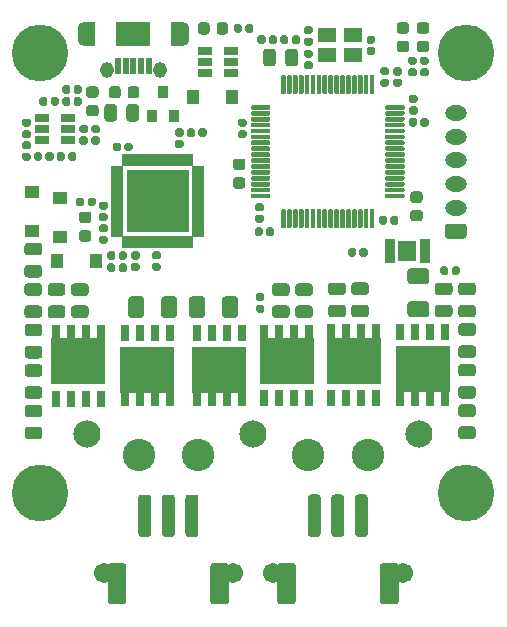
<source format=gbr>
G04 #@! TF.GenerationSoftware,KiCad,Pcbnew,5.1.6-c6e7f7d~87~ubuntu19.10.1*
G04 #@! TF.CreationDate,2021-03-05T22:23:54-05:00*
G04 #@! TF.ProjectId,daedalus,64616564-616c-4757-932e-6b696361645f,v1.0*
G04 #@! TF.SameCoordinates,Original*
G04 #@! TF.FileFunction,Soldermask,Top*
G04 #@! TF.FilePolarity,Negative*
%FSLAX46Y46*%
G04 Gerber Fmt 4.6, Leading zero omitted, Abs format (unit mm)*
G04 Created by KiCad (PCBNEW 5.1.6-c6e7f7d~87~ubuntu19.10.1) date 2021-03-05 22:23:54*
%MOMM*%
%LPD*%
G01*
G04 APERTURE LIST*
%ADD10O,1.150000X1.350000*%
%ADD11R,0.500000X1.450000*%
%ADD12O,1.100000X2.000000*%
%ADD13R,3.000000X2.000000*%
%ADD14R,0.975000X2.000000*%
%ADD15R,5.308600X5.308600*%
%ADD16R,1.016000X0.508000*%
%ADD17R,0.508000X1.016000*%
%ADD18R,1.000000X1.300000*%
%ADD19C,1.703200*%
%ADD20C,2.753200*%
%ADD21R,1.300000X1.000000*%
%ADD22R,0.900000X1.000000*%
%ADD23R,1.160000X0.750000*%
%ADD24R,0.953200X0.503200*%
%ADD25R,1.563200X1.663200*%
%ADD26R,0.733200X1.333200*%
%ADD27R,4.553200X3.903200*%
%ADD28R,0.733200X1.533200*%
%ADD29R,1.500000X1.300000*%
%ADD30C,4.800000*%
%ADD31O,1.850000X1.300000*%
%ADD32C,2.303200*%
G04 APERTURE END LIST*
D10*
G04 #@! TO.C,J9*
X136047440Y-79865480D03*
D11*
X135122440Y-79540480D03*
X134472440Y-79540480D03*
X133822440Y-79540480D03*
X132522440Y-79540480D03*
D10*
X131597440Y-79865480D03*
D12*
X137997440Y-76865480D03*
X129647440Y-76865480D03*
D11*
X133172440Y-79540480D03*
D13*
X133822440Y-76865480D03*
D14*
X130084940Y-76865480D03*
X137559940Y-76865480D03*
G04 #@! TD*
G04 #@! TO.C,U7*
G36*
G01*
X153934341Y-80305652D02*
X154134341Y-80305652D01*
G75*
G02*
X154234341Y-80405652I0J-100000D01*
G01*
X154234341Y-81855652D01*
G75*
G02*
X154134341Y-81955652I-100000J0D01*
G01*
X153934341Y-81955652D01*
G75*
G02*
X153834341Y-81855652I0J100000D01*
G01*
X153834341Y-80405652D01*
G75*
G02*
X153934341Y-80305652I100000J0D01*
G01*
G37*
G36*
G01*
X153434341Y-80305652D02*
X153634341Y-80305652D01*
G75*
G02*
X153734341Y-80405652I0J-100000D01*
G01*
X153734341Y-81855652D01*
G75*
G02*
X153634341Y-81955652I-100000J0D01*
G01*
X153434341Y-81955652D01*
G75*
G02*
X153334341Y-81855652I0J100000D01*
G01*
X153334341Y-80405652D01*
G75*
G02*
X153434341Y-80305652I100000J0D01*
G01*
G37*
G36*
G01*
X152934341Y-80305652D02*
X153134341Y-80305652D01*
G75*
G02*
X153234341Y-80405652I0J-100000D01*
G01*
X153234341Y-81855652D01*
G75*
G02*
X153134341Y-81955652I-100000J0D01*
G01*
X152934341Y-81955652D01*
G75*
G02*
X152834341Y-81855652I0J100000D01*
G01*
X152834341Y-80405652D01*
G75*
G02*
X152934341Y-80305652I100000J0D01*
G01*
G37*
G36*
G01*
X152434341Y-80305652D02*
X152634341Y-80305652D01*
G75*
G02*
X152734341Y-80405652I0J-100000D01*
G01*
X152734341Y-81855652D01*
G75*
G02*
X152634341Y-81955652I-100000J0D01*
G01*
X152434341Y-81955652D01*
G75*
G02*
X152334341Y-81855652I0J100000D01*
G01*
X152334341Y-80405652D01*
G75*
G02*
X152434341Y-80305652I100000J0D01*
G01*
G37*
G36*
G01*
X151934341Y-80305652D02*
X152134341Y-80305652D01*
G75*
G02*
X152234341Y-80405652I0J-100000D01*
G01*
X152234341Y-81855652D01*
G75*
G02*
X152134341Y-81955652I-100000J0D01*
G01*
X151934341Y-81955652D01*
G75*
G02*
X151834341Y-81855652I0J100000D01*
G01*
X151834341Y-80405652D01*
G75*
G02*
X151934341Y-80305652I100000J0D01*
G01*
G37*
G36*
G01*
X151434341Y-80305652D02*
X151634341Y-80305652D01*
G75*
G02*
X151734341Y-80405652I0J-100000D01*
G01*
X151734341Y-81855652D01*
G75*
G02*
X151634341Y-81955652I-100000J0D01*
G01*
X151434341Y-81955652D01*
G75*
G02*
X151334341Y-81855652I0J100000D01*
G01*
X151334341Y-80405652D01*
G75*
G02*
X151434341Y-80305652I100000J0D01*
G01*
G37*
G36*
G01*
X150934341Y-80305652D02*
X151134341Y-80305652D01*
G75*
G02*
X151234341Y-80405652I0J-100000D01*
G01*
X151234341Y-81855652D01*
G75*
G02*
X151134341Y-81955652I-100000J0D01*
G01*
X150934341Y-81955652D01*
G75*
G02*
X150834341Y-81855652I0J100000D01*
G01*
X150834341Y-80405652D01*
G75*
G02*
X150934341Y-80305652I100000J0D01*
G01*
G37*
G36*
G01*
X150434341Y-80305652D02*
X150634341Y-80305652D01*
G75*
G02*
X150734341Y-80405652I0J-100000D01*
G01*
X150734341Y-81855652D01*
G75*
G02*
X150634341Y-81955652I-100000J0D01*
G01*
X150434341Y-81955652D01*
G75*
G02*
X150334341Y-81855652I0J100000D01*
G01*
X150334341Y-80405652D01*
G75*
G02*
X150434341Y-80305652I100000J0D01*
G01*
G37*
G36*
G01*
X149934341Y-80305652D02*
X150134341Y-80305652D01*
G75*
G02*
X150234341Y-80405652I0J-100000D01*
G01*
X150234341Y-81855652D01*
G75*
G02*
X150134341Y-81955652I-100000J0D01*
G01*
X149934341Y-81955652D01*
G75*
G02*
X149834341Y-81855652I0J100000D01*
G01*
X149834341Y-80405652D01*
G75*
G02*
X149934341Y-80305652I100000J0D01*
G01*
G37*
G36*
G01*
X149434341Y-80305652D02*
X149634341Y-80305652D01*
G75*
G02*
X149734341Y-80405652I0J-100000D01*
G01*
X149734341Y-81855652D01*
G75*
G02*
X149634341Y-81955652I-100000J0D01*
G01*
X149434341Y-81955652D01*
G75*
G02*
X149334341Y-81855652I0J100000D01*
G01*
X149334341Y-80405652D01*
G75*
G02*
X149434341Y-80305652I100000J0D01*
G01*
G37*
G36*
G01*
X148934341Y-80305652D02*
X149134341Y-80305652D01*
G75*
G02*
X149234341Y-80405652I0J-100000D01*
G01*
X149234341Y-81855652D01*
G75*
G02*
X149134341Y-81955652I-100000J0D01*
G01*
X148934341Y-81955652D01*
G75*
G02*
X148834341Y-81855652I0J100000D01*
G01*
X148834341Y-80405652D01*
G75*
G02*
X148934341Y-80305652I100000J0D01*
G01*
G37*
G36*
G01*
X148434341Y-80305652D02*
X148634341Y-80305652D01*
G75*
G02*
X148734341Y-80405652I0J-100000D01*
G01*
X148734341Y-81855652D01*
G75*
G02*
X148634341Y-81955652I-100000J0D01*
G01*
X148434341Y-81955652D01*
G75*
G02*
X148334341Y-81855652I0J100000D01*
G01*
X148334341Y-80405652D01*
G75*
G02*
X148434341Y-80305652I100000J0D01*
G01*
G37*
G36*
G01*
X147934341Y-80305652D02*
X148134341Y-80305652D01*
G75*
G02*
X148234341Y-80405652I0J-100000D01*
G01*
X148234341Y-81855652D01*
G75*
G02*
X148134341Y-81955652I-100000J0D01*
G01*
X147934341Y-81955652D01*
G75*
G02*
X147834341Y-81855652I0J100000D01*
G01*
X147834341Y-80405652D01*
G75*
G02*
X147934341Y-80305652I100000J0D01*
G01*
G37*
G36*
G01*
X147434341Y-80305652D02*
X147634341Y-80305652D01*
G75*
G02*
X147734341Y-80405652I0J-100000D01*
G01*
X147734341Y-81855652D01*
G75*
G02*
X147634341Y-81955652I-100000J0D01*
G01*
X147434341Y-81955652D01*
G75*
G02*
X147334341Y-81855652I0J100000D01*
G01*
X147334341Y-80405652D01*
G75*
G02*
X147434341Y-80305652I100000J0D01*
G01*
G37*
G36*
G01*
X146934341Y-80305652D02*
X147134341Y-80305652D01*
G75*
G02*
X147234341Y-80405652I0J-100000D01*
G01*
X147234341Y-81855652D01*
G75*
G02*
X147134341Y-81955652I-100000J0D01*
G01*
X146934341Y-81955652D01*
G75*
G02*
X146834341Y-81855652I0J100000D01*
G01*
X146834341Y-80405652D01*
G75*
G02*
X146934341Y-80305652I100000J0D01*
G01*
G37*
G36*
G01*
X146434341Y-80305652D02*
X146634341Y-80305652D01*
G75*
G02*
X146734341Y-80405652I0J-100000D01*
G01*
X146734341Y-81855652D01*
G75*
G02*
X146634341Y-81955652I-100000J0D01*
G01*
X146434341Y-81955652D01*
G75*
G02*
X146334341Y-81855652I0J100000D01*
G01*
X146334341Y-80405652D01*
G75*
G02*
X146434341Y-80305652I100000J0D01*
G01*
G37*
G36*
G01*
X143884341Y-82855652D02*
X145334341Y-82855652D01*
G75*
G02*
X145434341Y-82955652I0J-100000D01*
G01*
X145434341Y-83155652D01*
G75*
G02*
X145334341Y-83255652I-100000J0D01*
G01*
X143884341Y-83255652D01*
G75*
G02*
X143784341Y-83155652I0J100000D01*
G01*
X143784341Y-82955652D01*
G75*
G02*
X143884341Y-82855652I100000J0D01*
G01*
G37*
G36*
G01*
X143884341Y-83355652D02*
X145334341Y-83355652D01*
G75*
G02*
X145434341Y-83455652I0J-100000D01*
G01*
X145434341Y-83655652D01*
G75*
G02*
X145334341Y-83755652I-100000J0D01*
G01*
X143884341Y-83755652D01*
G75*
G02*
X143784341Y-83655652I0J100000D01*
G01*
X143784341Y-83455652D01*
G75*
G02*
X143884341Y-83355652I100000J0D01*
G01*
G37*
G36*
G01*
X143884341Y-83855652D02*
X145334341Y-83855652D01*
G75*
G02*
X145434341Y-83955652I0J-100000D01*
G01*
X145434341Y-84155652D01*
G75*
G02*
X145334341Y-84255652I-100000J0D01*
G01*
X143884341Y-84255652D01*
G75*
G02*
X143784341Y-84155652I0J100000D01*
G01*
X143784341Y-83955652D01*
G75*
G02*
X143884341Y-83855652I100000J0D01*
G01*
G37*
G36*
G01*
X143884341Y-84355652D02*
X145334341Y-84355652D01*
G75*
G02*
X145434341Y-84455652I0J-100000D01*
G01*
X145434341Y-84655652D01*
G75*
G02*
X145334341Y-84755652I-100000J0D01*
G01*
X143884341Y-84755652D01*
G75*
G02*
X143784341Y-84655652I0J100000D01*
G01*
X143784341Y-84455652D01*
G75*
G02*
X143884341Y-84355652I100000J0D01*
G01*
G37*
G36*
G01*
X143884341Y-84855652D02*
X145334341Y-84855652D01*
G75*
G02*
X145434341Y-84955652I0J-100000D01*
G01*
X145434341Y-85155652D01*
G75*
G02*
X145334341Y-85255652I-100000J0D01*
G01*
X143884341Y-85255652D01*
G75*
G02*
X143784341Y-85155652I0J100000D01*
G01*
X143784341Y-84955652D01*
G75*
G02*
X143884341Y-84855652I100000J0D01*
G01*
G37*
G36*
G01*
X143884341Y-85355652D02*
X145334341Y-85355652D01*
G75*
G02*
X145434341Y-85455652I0J-100000D01*
G01*
X145434341Y-85655652D01*
G75*
G02*
X145334341Y-85755652I-100000J0D01*
G01*
X143884341Y-85755652D01*
G75*
G02*
X143784341Y-85655652I0J100000D01*
G01*
X143784341Y-85455652D01*
G75*
G02*
X143884341Y-85355652I100000J0D01*
G01*
G37*
G36*
G01*
X143884341Y-85855652D02*
X145334341Y-85855652D01*
G75*
G02*
X145434341Y-85955652I0J-100000D01*
G01*
X145434341Y-86155652D01*
G75*
G02*
X145334341Y-86255652I-100000J0D01*
G01*
X143884341Y-86255652D01*
G75*
G02*
X143784341Y-86155652I0J100000D01*
G01*
X143784341Y-85955652D01*
G75*
G02*
X143884341Y-85855652I100000J0D01*
G01*
G37*
G36*
G01*
X143884341Y-86355652D02*
X145334341Y-86355652D01*
G75*
G02*
X145434341Y-86455652I0J-100000D01*
G01*
X145434341Y-86655652D01*
G75*
G02*
X145334341Y-86755652I-100000J0D01*
G01*
X143884341Y-86755652D01*
G75*
G02*
X143784341Y-86655652I0J100000D01*
G01*
X143784341Y-86455652D01*
G75*
G02*
X143884341Y-86355652I100000J0D01*
G01*
G37*
G36*
G01*
X143884341Y-86855652D02*
X145334341Y-86855652D01*
G75*
G02*
X145434341Y-86955652I0J-100000D01*
G01*
X145434341Y-87155652D01*
G75*
G02*
X145334341Y-87255652I-100000J0D01*
G01*
X143884341Y-87255652D01*
G75*
G02*
X143784341Y-87155652I0J100000D01*
G01*
X143784341Y-86955652D01*
G75*
G02*
X143884341Y-86855652I100000J0D01*
G01*
G37*
G36*
G01*
X143884341Y-87355652D02*
X145334341Y-87355652D01*
G75*
G02*
X145434341Y-87455652I0J-100000D01*
G01*
X145434341Y-87655652D01*
G75*
G02*
X145334341Y-87755652I-100000J0D01*
G01*
X143884341Y-87755652D01*
G75*
G02*
X143784341Y-87655652I0J100000D01*
G01*
X143784341Y-87455652D01*
G75*
G02*
X143884341Y-87355652I100000J0D01*
G01*
G37*
G36*
G01*
X143884341Y-87855652D02*
X145334341Y-87855652D01*
G75*
G02*
X145434341Y-87955652I0J-100000D01*
G01*
X145434341Y-88155652D01*
G75*
G02*
X145334341Y-88255652I-100000J0D01*
G01*
X143884341Y-88255652D01*
G75*
G02*
X143784341Y-88155652I0J100000D01*
G01*
X143784341Y-87955652D01*
G75*
G02*
X143884341Y-87855652I100000J0D01*
G01*
G37*
G36*
G01*
X143884341Y-88355652D02*
X145334341Y-88355652D01*
G75*
G02*
X145434341Y-88455652I0J-100000D01*
G01*
X145434341Y-88655652D01*
G75*
G02*
X145334341Y-88755652I-100000J0D01*
G01*
X143884341Y-88755652D01*
G75*
G02*
X143784341Y-88655652I0J100000D01*
G01*
X143784341Y-88455652D01*
G75*
G02*
X143884341Y-88355652I100000J0D01*
G01*
G37*
G36*
G01*
X143884341Y-88855652D02*
X145334341Y-88855652D01*
G75*
G02*
X145434341Y-88955652I0J-100000D01*
G01*
X145434341Y-89155652D01*
G75*
G02*
X145334341Y-89255652I-100000J0D01*
G01*
X143884341Y-89255652D01*
G75*
G02*
X143784341Y-89155652I0J100000D01*
G01*
X143784341Y-88955652D01*
G75*
G02*
X143884341Y-88855652I100000J0D01*
G01*
G37*
G36*
G01*
X143884341Y-89355652D02*
X145334341Y-89355652D01*
G75*
G02*
X145434341Y-89455652I0J-100000D01*
G01*
X145434341Y-89655652D01*
G75*
G02*
X145334341Y-89755652I-100000J0D01*
G01*
X143884341Y-89755652D01*
G75*
G02*
X143784341Y-89655652I0J100000D01*
G01*
X143784341Y-89455652D01*
G75*
G02*
X143884341Y-89355652I100000J0D01*
G01*
G37*
G36*
G01*
X143884341Y-89855652D02*
X145334341Y-89855652D01*
G75*
G02*
X145434341Y-89955652I0J-100000D01*
G01*
X145434341Y-90155652D01*
G75*
G02*
X145334341Y-90255652I-100000J0D01*
G01*
X143884341Y-90255652D01*
G75*
G02*
X143784341Y-90155652I0J100000D01*
G01*
X143784341Y-89955652D01*
G75*
G02*
X143884341Y-89855652I100000J0D01*
G01*
G37*
G36*
G01*
X143884341Y-90355652D02*
X145334341Y-90355652D01*
G75*
G02*
X145434341Y-90455652I0J-100000D01*
G01*
X145434341Y-90655652D01*
G75*
G02*
X145334341Y-90755652I-100000J0D01*
G01*
X143884341Y-90755652D01*
G75*
G02*
X143784341Y-90655652I0J100000D01*
G01*
X143784341Y-90455652D01*
G75*
G02*
X143884341Y-90355652I100000J0D01*
G01*
G37*
G36*
G01*
X146434341Y-91655652D02*
X146634341Y-91655652D01*
G75*
G02*
X146734341Y-91755652I0J-100000D01*
G01*
X146734341Y-93205652D01*
G75*
G02*
X146634341Y-93305652I-100000J0D01*
G01*
X146434341Y-93305652D01*
G75*
G02*
X146334341Y-93205652I0J100000D01*
G01*
X146334341Y-91755652D01*
G75*
G02*
X146434341Y-91655652I100000J0D01*
G01*
G37*
G36*
G01*
X146934341Y-91655652D02*
X147134341Y-91655652D01*
G75*
G02*
X147234341Y-91755652I0J-100000D01*
G01*
X147234341Y-93205652D01*
G75*
G02*
X147134341Y-93305652I-100000J0D01*
G01*
X146934341Y-93305652D01*
G75*
G02*
X146834341Y-93205652I0J100000D01*
G01*
X146834341Y-91755652D01*
G75*
G02*
X146934341Y-91655652I100000J0D01*
G01*
G37*
G36*
G01*
X147434341Y-91655652D02*
X147634341Y-91655652D01*
G75*
G02*
X147734341Y-91755652I0J-100000D01*
G01*
X147734341Y-93205652D01*
G75*
G02*
X147634341Y-93305652I-100000J0D01*
G01*
X147434341Y-93305652D01*
G75*
G02*
X147334341Y-93205652I0J100000D01*
G01*
X147334341Y-91755652D01*
G75*
G02*
X147434341Y-91655652I100000J0D01*
G01*
G37*
G36*
G01*
X147934341Y-91655652D02*
X148134341Y-91655652D01*
G75*
G02*
X148234341Y-91755652I0J-100000D01*
G01*
X148234341Y-93205652D01*
G75*
G02*
X148134341Y-93305652I-100000J0D01*
G01*
X147934341Y-93305652D01*
G75*
G02*
X147834341Y-93205652I0J100000D01*
G01*
X147834341Y-91755652D01*
G75*
G02*
X147934341Y-91655652I100000J0D01*
G01*
G37*
G36*
G01*
X148434341Y-91655652D02*
X148634341Y-91655652D01*
G75*
G02*
X148734341Y-91755652I0J-100000D01*
G01*
X148734341Y-93205652D01*
G75*
G02*
X148634341Y-93305652I-100000J0D01*
G01*
X148434341Y-93305652D01*
G75*
G02*
X148334341Y-93205652I0J100000D01*
G01*
X148334341Y-91755652D01*
G75*
G02*
X148434341Y-91655652I100000J0D01*
G01*
G37*
G36*
G01*
X148934341Y-91655652D02*
X149134341Y-91655652D01*
G75*
G02*
X149234341Y-91755652I0J-100000D01*
G01*
X149234341Y-93205652D01*
G75*
G02*
X149134341Y-93305652I-100000J0D01*
G01*
X148934341Y-93305652D01*
G75*
G02*
X148834341Y-93205652I0J100000D01*
G01*
X148834341Y-91755652D01*
G75*
G02*
X148934341Y-91655652I100000J0D01*
G01*
G37*
G36*
G01*
X149434341Y-91655652D02*
X149634341Y-91655652D01*
G75*
G02*
X149734341Y-91755652I0J-100000D01*
G01*
X149734341Y-93205652D01*
G75*
G02*
X149634341Y-93305652I-100000J0D01*
G01*
X149434341Y-93305652D01*
G75*
G02*
X149334341Y-93205652I0J100000D01*
G01*
X149334341Y-91755652D01*
G75*
G02*
X149434341Y-91655652I100000J0D01*
G01*
G37*
G36*
G01*
X149934341Y-91655652D02*
X150134341Y-91655652D01*
G75*
G02*
X150234341Y-91755652I0J-100000D01*
G01*
X150234341Y-93205652D01*
G75*
G02*
X150134341Y-93305652I-100000J0D01*
G01*
X149934341Y-93305652D01*
G75*
G02*
X149834341Y-93205652I0J100000D01*
G01*
X149834341Y-91755652D01*
G75*
G02*
X149934341Y-91655652I100000J0D01*
G01*
G37*
G36*
G01*
X150434341Y-91655652D02*
X150634341Y-91655652D01*
G75*
G02*
X150734341Y-91755652I0J-100000D01*
G01*
X150734341Y-93205652D01*
G75*
G02*
X150634341Y-93305652I-100000J0D01*
G01*
X150434341Y-93305652D01*
G75*
G02*
X150334341Y-93205652I0J100000D01*
G01*
X150334341Y-91755652D01*
G75*
G02*
X150434341Y-91655652I100000J0D01*
G01*
G37*
G36*
G01*
X150934341Y-91655652D02*
X151134341Y-91655652D01*
G75*
G02*
X151234341Y-91755652I0J-100000D01*
G01*
X151234341Y-93205652D01*
G75*
G02*
X151134341Y-93305652I-100000J0D01*
G01*
X150934341Y-93305652D01*
G75*
G02*
X150834341Y-93205652I0J100000D01*
G01*
X150834341Y-91755652D01*
G75*
G02*
X150934341Y-91655652I100000J0D01*
G01*
G37*
G36*
G01*
X151434341Y-91655652D02*
X151634341Y-91655652D01*
G75*
G02*
X151734341Y-91755652I0J-100000D01*
G01*
X151734341Y-93205652D01*
G75*
G02*
X151634341Y-93305652I-100000J0D01*
G01*
X151434341Y-93305652D01*
G75*
G02*
X151334341Y-93205652I0J100000D01*
G01*
X151334341Y-91755652D01*
G75*
G02*
X151434341Y-91655652I100000J0D01*
G01*
G37*
G36*
G01*
X151934341Y-91655652D02*
X152134341Y-91655652D01*
G75*
G02*
X152234341Y-91755652I0J-100000D01*
G01*
X152234341Y-93205652D01*
G75*
G02*
X152134341Y-93305652I-100000J0D01*
G01*
X151934341Y-93305652D01*
G75*
G02*
X151834341Y-93205652I0J100000D01*
G01*
X151834341Y-91755652D01*
G75*
G02*
X151934341Y-91655652I100000J0D01*
G01*
G37*
G36*
G01*
X152434341Y-91655652D02*
X152634341Y-91655652D01*
G75*
G02*
X152734341Y-91755652I0J-100000D01*
G01*
X152734341Y-93205652D01*
G75*
G02*
X152634341Y-93305652I-100000J0D01*
G01*
X152434341Y-93305652D01*
G75*
G02*
X152334341Y-93205652I0J100000D01*
G01*
X152334341Y-91755652D01*
G75*
G02*
X152434341Y-91655652I100000J0D01*
G01*
G37*
G36*
G01*
X152934341Y-91655652D02*
X153134341Y-91655652D01*
G75*
G02*
X153234341Y-91755652I0J-100000D01*
G01*
X153234341Y-93205652D01*
G75*
G02*
X153134341Y-93305652I-100000J0D01*
G01*
X152934341Y-93305652D01*
G75*
G02*
X152834341Y-93205652I0J100000D01*
G01*
X152834341Y-91755652D01*
G75*
G02*
X152934341Y-91655652I100000J0D01*
G01*
G37*
G36*
G01*
X153434341Y-91655652D02*
X153634341Y-91655652D01*
G75*
G02*
X153734341Y-91755652I0J-100000D01*
G01*
X153734341Y-93205652D01*
G75*
G02*
X153634341Y-93305652I-100000J0D01*
G01*
X153434341Y-93305652D01*
G75*
G02*
X153334341Y-93205652I0J100000D01*
G01*
X153334341Y-91755652D01*
G75*
G02*
X153434341Y-91655652I100000J0D01*
G01*
G37*
G36*
G01*
X153934341Y-91655652D02*
X154134341Y-91655652D01*
G75*
G02*
X154234341Y-91755652I0J-100000D01*
G01*
X154234341Y-93205652D01*
G75*
G02*
X154134341Y-93305652I-100000J0D01*
G01*
X153934341Y-93305652D01*
G75*
G02*
X153834341Y-93205652I0J100000D01*
G01*
X153834341Y-91755652D01*
G75*
G02*
X153934341Y-91655652I100000J0D01*
G01*
G37*
G36*
G01*
X155234341Y-90355652D02*
X156684341Y-90355652D01*
G75*
G02*
X156784341Y-90455652I0J-100000D01*
G01*
X156784341Y-90655652D01*
G75*
G02*
X156684341Y-90755652I-100000J0D01*
G01*
X155234341Y-90755652D01*
G75*
G02*
X155134341Y-90655652I0J100000D01*
G01*
X155134341Y-90455652D01*
G75*
G02*
X155234341Y-90355652I100000J0D01*
G01*
G37*
G36*
G01*
X155234341Y-89855652D02*
X156684341Y-89855652D01*
G75*
G02*
X156784341Y-89955652I0J-100000D01*
G01*
X156784341Y-90155652D01*
G75*
G02*
X156684341Y-90255652I-100000J0D01*
G01*
X155234341Y-90255652D01*
G75*
G02*
X155134341Y-90155652I0J100000D01*
G01*
X155134341Y-89955652D01*
G75*
G02*
X155234341Y-89855652I100000J0D01*
G01*
G37*
G36*
G01*
X155234341Y-89355652D02*
X156684341Y-89355652D01*
G75*
G02*
X156784341Y-89455652I0J-100000D01*
G01*
X156784341Y-89655652D01*
G75*
G02*
X156684341Y-89755652I-100000J0D01*
G01*
X155234341Y-89755652D01*
G75*
G02*
X155134341Y-89655652I0J100000D01*
G01*
X155134341Y-89455652D01*
G75*
G02*
X155234341Y-89355652I100000J0D01*
G01*
G37*
G36*
G01*
X155234341Y-88855652D02*
X156684341Y-88855652D01*
G75*
G02*
X156784341Y-88955652I0J-100000D01*
G01*
X156784341Y-89155652D01*
G75*
G02*
X156684341Y-89255652I-100000J0D01*
G01*
X155234341Y-89255652D01*
G75*
G02*
X155134341Y-89155652I0J100000D01*
G01*
X155134341Y-88955652D01*
G75*
G02*
X155234341Y-88855652I100000J0D01*
G01*
G37*
G36*
G01*
X155234341Y-88355652D02*
X156684341Y-88355652D01*
G75*
G02*
X156784341Y-88455652I0J-100000D01*
G01*
X156784341Y-88655652D01*
G75*
G02*
X156684341Y-88755652I-100000J0D01*
G01*
X155234341Y-88755652D01*
G75*
G02*
X155134341Y-88655652I0J100000D01*
G01*
X155134341Y-88455652D01*
G75*
G02*
X155234341Y-88355652I100000J0D01*
G01*
G37*
G36*
G01*
X155234341Y-87855652D02*
X156684341Y-87855652D01*
G75*
G02*
X156784341Y-87955652I0J-100000D01*
G01*
X156784341Y-88155652D01*
G75*
G02*
X156684341Y-88255652I-100000J0D01*
G01*
X155234341Y-88255652D01*
G75*
G02*
X155134341Y-88155652I0J100000D01*
G01*
X155134341Y-87955652D01*
G75*
G02*
X155234341Y-87855652I100000J0D01*
G01*
G37*
G36*
G01*
X155234341Y-87355652D02*
X156684341Y-87355652D01*
G75*
G02*
X156784341Y-87455652I0J-100000D01*
G01*
X156784341Y-87655652D01*
G75*
G02*
X156684341Y-87755652I-100000J0D01*
G01*
X155234341Y-87755652D01*
G75*
G02*
X155134341Y-87655652I0J100000D01*
G01*
X155134341Y-87455652D01*
G75*
G02*
X155234341Y-87355652I100000J0D01*
G01*
G37*
G36*
G01*
X155234341Y-86855652D02*
X156684341Y-86855652D01*
G75*
G02*
X156784341Y-86955652I0J-100000D01*
G01*
X156784341Y-87155652D01*
G75*
G02*
X156684341Y-87255652I-100000J0D01*
G01*
X155234341Y-87255652D01*
G75*
G02*
X155134341Y-87155652I0J100000D01*
G01*
X155134341Y-86955652D01*
G75*
G02*
X155234341Y-86855652I100000J0D01*
G01*
G37*
G36*
G01*
X155234341Y-86355652D02*
X156684341Y-86355652D01*
G75*
G02*
X156784341Y-86455652I0J-100000D01*
G01*
X156784341Y-86655652D01*
G75*
G02*
X156684341Y-86755652I-100000J0D01*
G01*
X155234341Y-86755652D01*
G75*
G02*
X155134341Y-86655652I0J100000D01*
G01*
X155134341Y-86455652D01*
G75*
G02*
X155234341Y-86355652I100000J0D01*
G01*
G37*
G36*
G01*
X155234341Y-85855652D02*
X156684341Y-85855652D01*
G75*
G02*
X156784341Y-85955652I0J-100000D01*
G01*
X156784341Y-86155652D01*
G75*
G02*
X156684341Y-86255652I-100000J0D01*
G01*
X155234341Y-86255652D01*
G75*
G02*
X155134341Y-86155652I0J100000D01*
G01*
X155134341Y-85955652D01*
G75*
G02*
X155234341Y-85855652I100000J0D01*
G01*
G37*
G36*
G01*
X155234341Y-85355652D02*
X156684341Y-85355652D01*
G75*
G02*
X156784341Y-85455652I0J-100000D01*
G01*
X156784341Y-85655652D01*
G75*
G02*
X156684341Y-85755652I-100000J0D01*
G01*
X155234341Y-85755652D01*
G75*
G02*
X155134341Y-85655652I0J100000D01*
G01*
X155134341Y-85455652D01*
G75*
G02*
X155234341Y-85355652I100000J0D01*
G01*
G37*
G36*
G01*
X155234341Y-84855652D02*
X156684341Y-84855652D01*
G75*
G02*
X156784341Y-84955652I0J-100000D01*
G01*
X156784341Y-85155652D01*
G75*
G02*
X156684341Y-85255652I-100000J0D01*
G01*
X155234341Y-85255652D01*
G75*
G02*
X155134341Y-85155652I0J100000D01*
G01*
X155134341Y-84955652D01*
G75*
G02*
X155234341Y-84855652I100000J0D01*
G01*
G37*
G36*
G01*
X155234341Y-84355652D02*
X156684341Y-84355652D01*
G75*
G02*
X156784341Y-84455652I0J-100000D01*
G01*
X156784341Y-84655652D01*
G75*
G02*
X156684341Y-84755652I-100000J0D01*
G01*
X155234341Y-84755652D01*
G75*
G02*
X155134341Y-84655652I0J100000D01*
G01*
X155134341Y-84455652D01*
G75*
G02*
X155234341Y-84355652I100000J0D01*
G01*
G37*
G36*
G01*
X155234341Y-83855652D02*
X156684341Y-83855652D01*
G75*
G02*
X156784341Y-83955652I0J-100000D01*
G01*
X156784341Y-84155652D01*
G75*
G02*
X156684341Y-84255652I-100000J0D01*
G01*
X155234341Y-84255652D01*
G75*
G02*
X155134341Y-84155652I0J100000D01*
G01*
X155134341Y-83955652D01*
G75*
G02*
X155234341Y-83855652I100000J0D01*
G01*
G37*
G36*
G01*
X155234341Y-83355652D02*
X156684341Y-83355652D01*
G75*
G02*
X156784341Y-83455652I0J-100000D01*
G01*
X156784341Y-83655652D01*
G75*
G02*
X156684341Y-83755652I-100000J0D01*
G01*
X155234341Y-83755652D01*
G75*
G02*
X155134341Y-83655652I0J100000D01*
G01*
X155134341Y-83455652D01*
G75*
G02*
X155234341Y-83355652I100000J0D01*
G01*
G37*
G36*
G01*
X155234341Y-82855652D02*
X156684341Y-82855652D01*
G75*
G02*
X156784341Y-82955652I0J-100000D01*
G01*
X156784341Y-83155652D01*
G75*
G02*
X156684341Y-83255652I-100000J0D01*
G01*
X155234341Y-83255652D01*
G75*
G02*
X155134341Y-83155652I0J100000D01*
G01*
X155134341Y-82955652D01*
G75*
G02*
X155234341Y-82855652I100000J0D01*
G01*
G37*
G04 #@! TD*
D15*
G04 #@! TO.C,U5*
X135871040Y-91003880D03*
D16*
X132416640Y-93747080D03*
X132416640Y-93264480D03*
X132416640Y-92756480D03*
X132416640Y-92248480D03*
X132416640Y-91765880D03*
X132416640Y-91257880D03*
X132416640Y-90749880D03*
X132416640Y-90241880D03*
X132416640Y-89759280D03*
X132416640Y-89251280D03*
X132416640Y-88743280D03*
X132416640Y-88260680D03*
D17*
X133127840Y-87549480D03*
X133610440Y-87549480D03*
X134118440Y-87549480D03*
X134626440Y-87549480D03*
X135109040Y-87549480D03*
X135617040Y-87549480D03*
X136125040Y-87549480D03*
X136633040Y-87549480D03*
X137115640Y-87549480D03*
X137623640Y-87549480D03*
X138131640Y-87549480D03*
X138614240Y-87549480D03*
D16*
X139325440Y-88260680D03*
X139325440Y-88743280D03*
X139325440Y-89251280D03*
X139325440Y-89759280D03*
X139325440Y-90241880D03*
X139325440Y-90749880D03*
X139325440Y-91257880D03*
X139325440Y-91765880D03*
X139325440Y-92248480D03*
X139325440Y-92756480D03*
X139325440Y-93264480D03*
X139325440Y-93747080D03*
D17*
X138614240Y-94458280D03*
X138131640Y-94458280D03*
X137623640Y-94458280D03*
X137115640Y-94458280D03*
X136633040Y-94458280D03*
X136125040Y-94458280D03*
X135617040Y-94458280D03*
X135109040Y-94458280D03*
X134626440Y-94458280D03*
X134118440Y-94458280D03*
X133610440Y-94458280D03*
X133127840Y-94458280D03*
G04 #@! TD*
D18*
G04 #@! TO.C,D2*
X138847560Y-82209640D03*
X142147560Y-82209640D03*
G04 #@! TD*
G04 #@! TO.C,D6*
G36*
G01*
X156932890Y-78394720D02*
X156370390Y-78394720D01*
G75*
G02*
X156126640Y-78150970I0J243750D01*
G01*
X156126640Y-77663470D01*
G75*
G02*
X156370390Y-77419720I243750J0D01*
G01*
X156932890Y-77419720D01*
G75*
G02*
X157176640Y-77663470I0J-243750D01*
G01*
X157176640Y-78150970D01*
G75*
G02*
X156932890Y-78394720I-243750J0D01*
G01*
G37*
G36*
G01*
X156932890Y-76819720D02*
X156370390Y-76819720D01*
G75*
G02*
X156126640Y-76575970I0J243750D01*
G01*
X156126640Y-76088470D01*
G75*
G02*
X156370390Y-75844720I243750J0D01*
G01*
X156932890Y-75844720D01*
G75*
G02*
X157176640Y-76088470I0J-243750D01*
G01*
X157176640Y-76575970D01*
G75*
G02*
X156932890Y-76819720I-243750J0D01*
G01*
G37*
G04 #@! TD*
G04 #@! TO.C,C20*
G36*
G01*
X157516250Y-90165000D02*
X158078750Y-90165000D01*
G75*
G02*
X158322500Y-90408750I0J-243750D01*
G01*
X158322500Y-90896250D01*
G75*
G02*
X158078750Y-91140000I-243750J0D01*
G01*
X157516250Y-91140000D01*
G75*
G02*
X157272500Y-90896250I0J243750D01*
G01*
X157272500Y-90408750D01*
G75*
G02*
X157516250Y-90165000I243750J0D01*
G01*
G37*
G36*
G01*
X157516250Y-91740000D02*
X158078750Y-91740000D01*
G75*
G02*
X158322500Y-91983750I0J-243750D01*
G01*
X158322500Y-92471250D01*
G75*
G02*
X158078750Y-92715000I-243750J0D01*
G01*
X157516250Y-92715000D01*
G75*
G02*
X157272500Y-92471250I0J243750D01*
G01*
X157272500Y-91983750D01*
G75*
G02*
X157516250Y-91740000I243750J0D01*
G01*
G37*
G04 #@! TD*
G04 #@! TO.C,C2*
G36*
G01*
X130434700Y-84546880D02*
X130829700Y-84546880D01*
G75*
G02*
X131002200Y-84719380I0J-172500D01*
G01*
X131002200Y-85064380D01*
G75*
G02*
X130829700Y-85236880I-172500J0D01*
G01*
X130434700Y-85236880D01*
G75*
G02*
X130262200Y-85064380I0J172500D01*
G01*
X130262200Y-84719380D01*
G75*
G02*
X130434700Y-84546880I172500J0D01*
G01*
G37*
G36*
G01*
X130434700Y-85516880D02*
X130829700Y-85516880D01*
G75*
G02*
X131002200Y-85689380I0J-172500D01*
G01*
X131002200Y-86034380D01*
G75*
G02*
X130829700Y-86206880I-172500J0D01*
G01*
X130434700Y-86206880D01*
G75*
G02*
X130262200Y-86034380I0J172500D01*
G01*
X130262200Y-85689380D01*
G75*
G02*
X130434700Y-85516880I172500J0D01*
G01*
G37*
G04 #@! TD*
G04 #@! TO.C,C1*
G36*
G01*
X126555200Y-82342340D02*
X126555200Y-82737340D01*
G75*
G02*
X126382700Y-82909840I-172500J0D01*
G01*
X126037700Y-82909840D01*
G75*
G02*
X125865200Y-82737340I0J172500D01*
G01*
X125865200Y-82342340D01*
G75*
G02*
X126037700Y-82169840I172500J0D01*
G01*
X126382700Y-82169840D01*
G75*
G02*
X126555200Y-82342340I0J-172500D01*
G01*
G37*
G36*
G01*
X127525200Y-82342340D02*
X127525200Y-82737340D01*
G75*
G02*
X127352700Y-82909840I-172500J0D01*
G01*
X127007700Y-82909840D01*
G75*
G02*
X126835200Y-82737340I0J172500D01*
G01*
X126835200Y-82342340D01*
G75*
G02*
X127007700Y-82169840I172500J0D01*
G01*
X127352700Y-82169840D01*
G75*
G02*
X127525200Y-82342340I0J-172500D01*
G01*
G37*
G04 #@! TD*
G04 #@! TO.C,R6*
G36*
G01*
X142845140Y-84011080D02*
X143240140Y-84011080D01*
G75*
G02*
X143412640Y-84183580I0J-172500D01*
G01*
X143412640Y-84528580D01*
G75*
G02*
X143240140Y-84701080I-172500J0D01*
G01*
X142845140Y-84701080D01*
G75*
G02*
X142672640Y-84528580I0J172500D01*
G01*
X142672640Y-84183580D01*
G75*
G02*
X142845140Y-84011080I172500J0D01*
G01*
G37*
G36*
G01*
X142845140Y-84981080D02*
X143240140Y-84981080D01*
G75*
G02*
X143412640Y-85153580I0J-172500D01*
G01*
X143412640Y-85498580D01*
G75*
G02*
X143240140Y-85671080I-172500J0D01*
G01*
X142845140Y-85671080D01*
G75*
G02*
X142672640Y-85498580I0J172500D01*
G01*
X142672640Y-85153580D01*
G75*
G02*
X142845140Y-84981080I172500J0D01*
G01*
G37*
G04 #@! TD*
G04 #@! TO.C,C12*
G36*
G01*
X146264760Y-77534540D02*
X146264760Y-77139540D01*
G75*
G02*
X146437260Y-76967040I172500J0D01*
G01*
X146782260Y-76967040D01*
G75*
G02*
X146954760Y-77139540I0J-172500D01*
G01*
X146954760Y-77534540D01*
G75*
G02*
X146782260Y-77707040I-172500J0D01*
G01*
X146437260Y-77707040D01*
G75*
G02*
X146264760Y-77534540I0J172500D01*
G01*
G37*
G36*
G01*
X147234760Y-77534540D02*
X147234760Y-77139540D01*
G75*
G02*
X147407260Y-76967040I172500J0D01*
G01*
X147752260Y-76967040D01*
G75*
G02*
X147924760Y-77139540I0J-172500D01*
G01*
X147924760Y-77534540D01*
G75*
G02*
X147752260Y-77707040I-172500J0D01*
G01*
X147407260Y-77707040D01*
G75*
G02*
X147234760Y-77534540I0J172500D01*
G01*
G37*
G04 #@! TD*
D19*
G04 #@! TO.C,U2*
X145654140Y-122464880D03*
X156654140Y-122464880D03*
D20*
X148654140Y-112464880D03*
X153654140Y-112464880D03*
G04 #@! TD*
G04 #@! TO.C,U1*
X139303140Y-112464880D03*
X134303140Y-112464880D03*
D19*
X142303140Y-122464880D03*
X131303140Y-122464880D03*
G04 #@! TD*
G04 #@! TO.C,R14*
G36*
G01*
X132310840Y-96439340D02*
X132310840Y-96834340D01*
G75*
G02*
X132138340Y-97006840I-172500J0D01*
G01*
X131793340Y-97006840D01*
G75*
G02*
X131620840Y-96834340I0J172500D01*
G01*
X131620840Y-96439340D01*
G75*
G02*
X131793340Y-96266840I172500J0D01*
G01*
X132138340Y-96266840D01*
G75*
G02*
X132310840Y-96439340I0J-172500D01*
G01*
G37*
G36*
G01*
X133280840Y-96439340D02*
X133280840Y-96834340D01*
G75*
G02*
X133108340Y-97006840I-172500J0D01*
G01*
X132763340Y-97006840D01*
G75*
G02*
X132590840Y-96834340I0J172500D01*
G01*
X132590840Y-96439340D01*
G75*
G02*
X132763340Y-96266840I172500J0D01*
G01*
X133108340Y-96266840D01*
G75*
G02*
X133280840Y-96439340I0J-172500D01*
G01*
G37*
G04 #@! TD*
G04 #@! TO.C,C3*
G36*
G01*
X127800680Y-82747500D02*
X127800680Y-82352500D01*
G75*
G02*
X127973180Y-82180000I172500J0D01*
G01*
X128318180Y-82180000D01*
G75*
G02*
X128490680Y-82352500I0J-172500D01*
G01*
X128490680Y-82747500D01*
G75*
G02*
X128318180Y-82920000I-172500J0D01*
G01*
X127973180Y-82920000D01*
G75*
G02*
X127800680Y-82747500I0J172500D01*
G01*
G37*
G36*
G01*
X128770680Y-82747500D02*
X128770680Y-82352500D01*
G75*
G02*
X128943180Y-82180000I172500J0D01*
G01*
X129288180Y-82180000D01*
G75*
G02*
X129460680Y-82352500I0J-172500D01*
G01*
X129460680Y-82747500D01*
G75*
G02*
X129288180Y-82920000I-172500J0D01*
G01*
X128943180Y-82920000D01*
G75*
G02*
X128770680Y-82747500I0J172500D01*
G01*
G37*
G04 #@! TD*
G04 #@! TO.C,C4*
G36*
G01*
X128770680Y-81741660D02*
X128770680Y-81346660D01*
G75*
G02*
X128943180Y-81174160I172500J0D01*
G01*
X129288180Y-81174160D01*
G75*
G02*
X129460680Y-81346660I0J-172500D01*
G01*
X129460680Y-81741660D01*
G75*
G02*
X129288180Y-81914160I-172500J0D01*
G01*
X128943180Y-81914160D01*
G75*
G02*
X128770680Y-81741660I0J172500D01*
G01*
G37*
G36*
G01*
X127800680Y-81741660D02*
X127800680Y-81346660D01*
G75*
G02*
X127973180Y-81174160I172500J0D01*
G01*
X128318180Y-81174160D01*
G75*
G02*
X128490680Y-81346660I0J-172500D01*
G01*
X128490680Y-81741660D01*
G75*
G02*
X128318180Y-81914160I-172500J0D01*
G01*
X127973180Y-81914160D01*
G75*
G02*
X127800680Y-81741660I0J172500D01*
G01*
G37*
G04 #@! TD*
G04 #@! TO.C,C5*
G36*
G01*
X155992341Y-80636151D02*
X156387341Y-80636151D01*
G75*
G02*
X156559841Y-80808651I0J-172500D01*
G01*
X156559841Y-81153651D01*
G75*
G02*
X156387341Y-81326151I-172500J0D01*
G01*
X155992341Y-81326151D01*
G75*
G02*
X155819841Y-81153651I0J172500D01*
G01*
X155819841Y-80808651D01*
G75*
G02*
X155992341Y-80636151I172500J0D01*
G01*
G37*
G36*
G01*
X155992341Y-79666151D02*
X156387341Y-79666151D01*
G75*
G02*
X156559841Y-79838651I0J-172500D01*
G01*
X156559841Y-80183651D01*
G75*
G02*
X156387341Y-80356151I-172500J0D01*
G01*
X155992341Y-80356151D01*
G75*
G02*
X155819841Y-80183651I0J172500D01*
G01*
X155819841Y-79838651D01*
G75*
G02*
X155992341Y-79666151I172500J0D01*
G01*
G37*
G04 #@! TD*
G04 #@! TO.C,C6*
G36*
G01*
X157720841Y-83658151D02*
X157325841Y-83658151D01*
G75*
G02*
X157153341Y-83485651I0J172500D01*
G01*
X157153341Y-83140651D01*
G75*
G02*
X157325841Y-82968151I172500J0D01*
G01*
X157720841Y-82968151D01*
G75*
G02*
X157893341Y-83140651I0J-172500D01*
G01*
X157893341Y-83485651D01*
G75*
G02*
X157720841Y-83658151I-172500J0D01*
G01*
G37*
G36*
G01*
X157720841Y-82688151D02*
X157325841Y-82688151D01*
G75*
G02*
X157153341Y-82515651I0J172500D01*
G01*
X157153341Y-82170651D01*
G75*
G02*
X157325841Y-81998151I172500J0D01*
G01*
X157720841Y-81998151D01*
G75*
G02*
X157893341Y-82170651I0J-172500D01*
G01*
X157893341Y-82515651D01*
G75*
G02*
X157720841Y-82688151I-172500J0D01*
G01*
G37*
G04 #@! TD*
G04 #@! TO.C,C7*
G36*
G01*
X145059760Y-93787900D02*
X145059760Y-93392900D01*
G75*
G02*
X145232260Y-93220400I172500J0D01*
G01*
X145577260Y-93220400D01*
G75*
G02*
X145749760Y-93392900I0J-172500D01*
G01*
X145749760Y-93787900D01*
G75*
G02*
X145577260Y-93960400I-172500J0D01*
G01*
X145232260Y-93960400D01*
G75*
G02*
X145059760Y-93787900I0J172500D01*
G01*
G37*
G36*
G01*
X144089760Y-93787900D02*
X144089760Y-93392900D01*
G75*
G02*
X144262260Y-93220400I172500J0D01*
G01*
X144607260Y-93220400D01*
G75*
G02*
X144779760Y-93392900I0J-172500D01*
G01*
X144779760Y-93787900D01*
G75*
G02*
X144607260Y-93960400I-172500J0D01*
G01*
X144262260Y-93960400D01*
G75*
G02*
X144089760Y-93787900I0J172500D01*
G01*
G37*
G04 #@! TD*
G04 #@! TO.C,C8*
G36*
G01*
X144703341Y-92819652D02*
X144308341Y-92819652D01*
G75*
G02*
X144135841Y-92647152I0J172500D01*
G01*
X144135841Y-92302152D01*
G75*
G02*
X144308341Y-92129652I172500J0D01*
G01*
X144703341Y-92129652D01*
G75*
G02*
X144875841Y-92302152I0J-172500D01*
G01*
X144875841Y-92647152D01*
G75*
G02*
X144703341Y-92819652I-172500J0D01*
G01*
G37*
G36*
G01*
X144703341Y-91849652D02*
X144308341Y-91849652D01*
G75*
G02*
X144135841Y-91677152I0J172500D01*
G01*
X144135841Y-91332152D01*
G75*
G02*
X144308341Y-91159652I172500J0D01*
G01*
X144703341Y-91159652D01*
G75*
G02*
X144875841Y-91332152I0J-172500D01*
G01*
X144875841Y-91677152D01*
G75*
G02*
X144703341Y-91849652I-172500J0D01*
G01*
G37*
G04 #@! TD*
G04 #@! TO.C,C9*
G36*
G01*
X154912840Y-80618652D02*
X155307840Y-80618652D01*
G75*
G02*
X155480340Y-80791152I0J-172500D01*
G01*
X155480340Y-81136152D01*
G75*
G02*
X155307840Y-81308652I-172500J0D01*
G01*
X154912840Y-81308652D01*
G75*
G02*
X154740340Y-81136152I0J172500D01*
G01*
X154740340Y-80791152D01*
G75*
G02*
X154912840Y-80618652I172500J0D01*
G01*
G37*
G36*
G01*
X154912840Y-79648652D02*
X155307840Y-79648652D01*
G75*
G02*
X155480340Y-79821152I0J-172500D01*
G01*
X155480340Y-80166152D01*
G75*
G02*
X155307840Y-80338652I-172500J0D01*
G01*
X154912840Y-80338652D01*
G75*
G02*
X154740340Y-80166152I0J172500D01*
G01*
X154740340Y-79821152D01*
G75*
G02*
X154912840Y-79648652I172500J0D01*
G01*
G37*
G04 #@! TD*
G04 #@! TO.C,C10*
G36*
G01*
X156274760Y-92417900D02*
X156274760Y-92812900D01*
G75*
G02*
X156102260Y-92985400I-172500J0D01*
G01*
X155757260Y-92985400D01*
G75*
G02*
X155584760Y-92812900I0J172500D01*
G01*
X155584760Y-92417900D01*
G75*
G02*
X155757260Y-92245400I172500J0D01*
G01*
X156102260Y-92245400D01*
G75*
G02*
X156274760Y-92417900I0J-172500D01*
G01*
G37*
G36*
G01*
X155304760Y-92417900D02*
X155304760Y-92812900D01*
G75*
G02*
X155132260Y-92985400I-172500J0D01*
G01*
X154787260Y-92985400D01*
G75*
G02*
X154614760Y-92812900I0J172500D01*
G01*
X154614760Y-92417900D01*
G75*
G02*
X154787260Y-92245400I172500J0D01*
G01*
X155132260Y-92245400D01*
G75*
G02*
X155304760Y-92417900I0J-172500D01*
G01*
G37*
G04 #@! TD*
G04 #@! TO.C,C13*
G36*
G01*
X145299760Y-77534540D02*
X145299760Y-77139540D01*
G75*
G02*
X145472260Y-76967040I172500J0D01*
G01*
X145817260Y-76967040D01*
G75*
G02*
X145989760Y-77139540I0J-172500D01*
G01*
X145989760Y-77534540D01*
G75*
G02*
X145817260Y-77707040I-172500J0D01*
G01*
X145472260Y-77707040D01*
G75*
G02*
X145299760Y-77534540I0J172500D01*
G01*
G37*
G36*
G01*
X144329760Y-77534540D02*
X144329760Y-77139540D01*
G75*
G02*
X144502260Y-76967040I172500J0D01*
G01*
X144847260Y-76967040D01*
G75*
G02*
X145019760Y-77139540I0J-172500D01*
G01*
X145019760Y-77534540D01*
G75*
G02*
X144847260Y-77707040I-172500J0D01*
G01*
X144502260Y-77707040D01*
G75*
G02*
X144329760Y-77534540I0J172500D01*
G01*
G37*
G04 #@! TD*
G04 #@! TO.C,C15*
G36*
G01*
X131479940Y-94616960D02*
X131084940Y-94616960D01*
G75*
G02*
X130912440Y-94444460I0J172500D01*
G01*
X130912440Y-94099460D01*
G75*
G02*
X131084940Y-93926960I172500J0D01*
G01*
X131479940Y-93926960D01*
G75*
G02*
X131652440Y-94099460I0J-172500D01*
G01*
X131652440Y-94444460D01*
G75*
G02*
X131479940Y-94616960I-172500J0D01*
G01*
G37*
G36*
G01*
X131479940Y-93646960D02*
X131084940Y-93646960D01*
G75*
G02*
X130912440Y-93474460I0J172500D01*
G01*
X130912440Y-93129460D01*
G75*
G02*
X131084940Y-92956960I172500J0D01*
G01*
X131479940Y-92956960D01*
G75*
G02*
X131652440Y-93129460I0J-172500D01*
G01*
X131652440Y-93474460D01*
G75*
G02*
X131479940Y-93646960I-172500J0D01*
G01*
G37*
G04 #@! TD*
G04 #@! TO.C,C16*
G36*
G01*
X134177420Y-96908040D02*
X133782420Y-96908040D01*
G75*
G02*
X133609920Y-96735540I0J172500D01*
G01*
X133609920Y-96390540D01*
G75*
G02*
X133782420Y-96218040I172500J0D01*
G01*
X134177420Y-96218040D01*
G75*
G02*
X134349920Y-96390540I0J-172500D01*
G01*
X134349920Y-96735540D01*
G75*
G02*
X134177420Y-96908040I-172500J0D01*
G01*
G37*
G36*
G01*
X134177420Y-95938040D02*
X133782420Y-95938040D01*
G75*
G02*
X133609920Y-95765540I0J172500D01*
G01*
X133609920Y-95420540D01*
G75*
G02*
X133782420Y-95248040I172500J0D01*
G01*
X134177420Y-95248040D01*
G75*
G02*
X134349920Y-95420540I0J-172500D01*
G01*
X134349920Y-95765540D01*
G75*
G02*
X134177420Y-95938040I-172500J0D01*
G01*
G37*
G04 #@! TD*
G04 #@! TO.C,C17*
G36*
G01*
X133763440Y-86213300D02*
X133763440Y-86608300D01*
G75*
G02*
X133590940Y-86780800I-172500J0D01*
G01*
X133245940Y-86780800D01*
G75*
G02*
X133073440Y-86608300I0J172500D01*
G01*
X133073440Y-86213300D01*
G75*
G02*
X133245940Y-86040800I172500J0D01*
G01*
X133590940Y-86040800D01*
G75*
G02*
X133763440Y-86213300I0J-172500D01*
G01*
G37*
G36*
G01*
X132793440Y-86213300D02*
X132793440Y-86608300D01*
G75*
G02*
X132620940Y-86780800I-172500J0D01*
G01*
X132275940Y-86780800D01*
G75*
G02*
X132103440Y-86608300I0J172500D01*
G01*
X132103440Y-86213300D01*
G75*
G02*
X132275940Y-86040800I172500J0D01*
G01*
X132620940Y-86040800D01*
G75*
G02*
X132793440Y-86213300I0J-172500D01*
G01*
G37*
G04 #@! TD*
G04 #@! TO.C,C18*
G36*
G01*
X131084940Y-91996560D02*
X131479940Y-91996560D01*
G75*
G02*
X131652440Y-92169060I0J-172500D01*
G01*
X131652440Y-92514060D01*
G75*
G02*
X131479940Y-92686560I-172500J0D01*
G01*
X131084940Y-92686560D01*
G75*
G02*
X130912440Y-92514060I0J172500D01*
G01*
X130912440Y-92169060D01*
G75*
G02*
X131084940Y-91996560I172500J0D01*
G01*
G37*
G36*
G01*
X131084940Y-91026560D02*
X131479940Y-91026560D01*
G75*
G02*
X131652440Y-91199060I0J-172500D01*
G01*
X131652440Y-91544060D01*
G75*
G02*
X131479940Y-91716560I-172500J0D01*
G01*
X131084940Y-91716560D01*
G75*
G02*
X130912440Y-91544060I0J172500D01*
G01*
X130912440Y-91199060D01*
G75*
G02*
X131084940Y-91026560I172500J0D01*
G01*
G37*
G04 #@! TD*
G04 #@! TO.C,C19*
G36*
G01*
X143069890Y-88366320D02*
X142507390Y-88366320D01*
G75*
G02*
X142263640Y-88122570I0J243750D01*
G01*
X142263640Y-87635070D01*
G75*
G02*
X142507390Y-87391320I243750J0D01*
G01*
X143069890Y-87391320D01*
G75*
G02*
X143313640Y-87635070I0J-243750D01*
G01*
X143313640Y-88122570D01*
G75*
G02*
X143069890Y-88366320I-243750J0D01*
G01*
G37*
G36*
G01*
X143069890Y-89941320D02*
X142507390Y-89941320D01*
G75*
G02*
X142263640Y-89697570I0J243750D01*
G01*
X142263640Y-89210070D01*
G75*
G02*
X142507390Y-88966320I243750J0D01*
G01*
X143069890Y-88966320D01*
G75*
G02*
X143313640Y-89210070I0J-243750D01*
G01*
X143313640Y-89697570D01*
G75*
G02*
X143069890Y-89941320I-243750J0D01*
G01*
G37*
G04 #@! TD*
G04 #@! TO.C,C21*
G36*
G01*
X135570580Y-96210280D02*
X135965580Y-96210280D01*
G75*
G02*
X136138080Y-96382780I0J-172500D01*
G01*
X136138080Y-96727780D01*
G75*
G02*
X135965580Y-96900280I-172500J0D01*
G01*
X135570580Y-96900280D01*
G75*
G02*
X135398080Y-96727780I0J172500D01*
G01*
X135398080Y-96382780D01*
G75*
G02*
X135570580Y-96210280I172500J0D01*
G01*
G37*
G36*
G01*
X135570580Y-95240280D02*
X135965580Y-95240280D01*
G75*
G02*
X136138080Y-95412780I0J-172500D01*
G01*
X136138080Y-95757780D01*
G75*
G02*
X135965580Y-95930280I-172500J0D01*
G01*
X135570580Y-95930280D01*
G75*
G02*
X135398080Y-95757780I0J172500D01*
G01*
X135398080Y-95412780D01*
G75*
G02*
X135570580Y-95240280I172500J0D01*
G01*
G37*
G04 #@! TD*
G04 #@! TO.C,C22*
G36*
G01*
X128974160Y-91256500D02*
X128974160Y-90861500D01*
G75*
G02*
X129146660Y-90689000I172500J0D01*
G01*
X129491660Y-90689000D01*
G75*
G02*
X129664160Y-90861500I0J-172500D01*
G01*
X129664160Y-91256500D01*
G75*
G02*
X129491660Y-91429000I-172500J0D01*
G01*
X129146660Y-91429000D01*
G75*
G02*
X128974160Y-91256500I0J172500D01*
G01*
G37*
G36*
G01*
X129944160Y-91256500D02*
X129944160Y-90861500D01*
G75*
G02*
X130116660Y-90689000I172500J0D01*
G01*
X130461660Y-90689000D01*
G75*
G02*
X130634160Y-90861500I0J-172500D01*
G01*
X130634160Y-91256500D01*
G75*
G02*
X130461660Y-91429000I-172500J0D01*
G01*
X130116660Y-91429000D01*
G75*
G02*
X129944160Y-91256500I0J172500D01*
G01*
G37*
G04 #@! TD*
G04 #@! TO.C,C25*
G36*
G01*
X154141820Y-78630200D02*
X153746820Y-78630200D01*
G75*
G02*
X153574320Y-78457700I0J172500D01*
G01*
X153574320Y-78112700D01*
G75*
G02*
X153746820Y-77940200I172500J0D01*
G01*
X154141820Y-77940200D01*
G75*
G02*
X154314320Y-78112700I0J-172500D01*
G01*
X154314320Y-78457700D01*
G75*
G02*
X154141820Y-78630200I-172500J0D01*
G01*
G37*
G36*
G01*
X154141820Y-77660200D02*
X153746820Y-77660200D01*
G75*
G02*
X153574320Y-77487700I0J172500D01*
G01*
X153574320Y-77142700D01*
G75*
G02*
X153746820Y-76970200I172500J0D01*
G01*
X154141820Y-76970200D01*
G75*
G02*
X154314320Y-77142700I0J-172500D01*
G01*
X154314320Y-77487700D01*
G75*
G02*
X154141820Y-77660200I-172500J0D01*
G01*
G37*
G04 #@! TD*
G04 #@! TO.C,C26*
G36*
G01*
X148453621Y-77138852D02*
X148848621Y-77138852D01*
G75*
G02*
X149021121Y-77311352I0J-172500D01*
G01*
X149021121Y-77656352D01*
G75*
G02*
X148848621Y-77828852I-172500J0D01*
G01*
X148453621Y-77828852D01*
G75*
G02*
X148281121Y-77656352I0J172500D01*
G01*
X148281121Y-77311352D01*
G75*
G02*
X148453621Y-77138852I172500J0D01*
G01*
G37*
G36*
G01*
X148453621Y-76168852D02*
X148848621Y-76168852D01*
G75*
G02*
X149021121Y-76341352I0J-172500D01*
G01*
X149021121Y-76686352D01*
G75*
G02*
X148848621Y-76858852I-172500J0D01*
G01*
X148453621Y-76858852D01*
G75*
G02*
X148281121Y-76686352I0J172500D01*
G01*
X148281121Y-76341352D01*
G75*
G02*
X148453621Y-76168852I172500J0D01*
G01*
G37*
G04 #@! TD*
G04 #@! TO.C,C27*
G36*
G01*
X138364400Y-85409420D02*
X138364400Y-85014420D01*
G75*
G02*
X138536900Y-84841920I172500J0D01*
G01*
X138881900Y-84841920D01*
G75*
G02*
X139054400Y-85014420I0J-172500D01*
G01*
X139054400Y-85409420D01*
G75*
G02*
X138881900Y-85581920I-172500J0D01*
G01*
X138536900Y-85581920D01*
G75*
G02*
X138364400Y-85409420I0J172500D01*
G01*
G37*
G36*
G01*
X139334400Y-85409420D02*
X139334400Y-85014420D01*
G75*
G02*
X139506900Y-84841920I172500J0D01*
G01*
X139851900Y-84841920D01*
G75*
G02*
X140024400Y-85014420I0J-172500D01*
G01*
X140024400Y-85409420D01*
G75*
G02*
X139851900Y-85581920I-172500J0D01*
G01*
X139506900Y-85581920D01*
G75*
G02*
X139334400Y-85409420I0J172500D01*
G01*
G37*
G04 #@! TD*
D21*
G04 #@! TO.C,D1*
X127650240Y-94009480D03*
X127650240Y-90709480D03*
G04 #@! TD*
G04 #@! TO.C,D3*
X125267720Y-90211640D03*
X125267720Y-93511640D03*
G04 #@! TD*
D18*
G04 #@! TO.C,D4*
X130671840Y-96022160D03*
X127371840Y-96022160D03*
G04 #@! TD*
G04 #@! TO.C,D7*
G36*
G01*
X158632890Y-76819720D02*
X158070390Y-76819720D01*
G75*
G02*
X157826640Y-76575970I0J243750D01*
G01*
X157826640Y-76088470D01*
G75*
G02*
X158070390Y-75844720I243750J0D01*
G01*
X158632890Y-75844720D01*
G75*
G02*
X158876640Y-76088470I0J-243750D01*
G01*
X158876640Y-76575970D01*
G75*
G02*
X158632890Y-76819720I-243750J0D01*
G01*
G37*
G36*
G01*
X158632890Y-78394720D02*
X158070390Y-78394720D01*
G75*
G02*
X157826640Y-78150970I0J243750D01*
G01*
X157826640Y-77663470D01*
G75*
G02*
X158070390Y-77419720I243750J0D01*
G01*
X158632890Y-77419720D01*
G75*
G02*
X158876640Y-77663470I0J-243750D01*
G01*
X158876640Y-78150970D01*
G75*
G02*
X158632890Y-78394720I-243750J0D01*
G01*
G37*
G04 #@! TD*
G04 #@! TO.C,F1*
G36*
G01*
X134320200Y-81496590D02*
X134320200Y-82059090D01*
G75*
G02*
X134076450Y-82302840I-243750J0D01*
G01*
X133588950Y-82302840D01*
G75*
G02*
X133345200Y-82059090I0J243750D01*
G01*
X133345200Y-81496590D01*
G75*
G02*
X133588950Y-81252840I243750J0D01*
G01*
X134076450Y-81252840D01*
G75*
G02*
X134320200Y-81496590I0J-243750D01*
G01*
G37*
G36*
G01*
X132745200Y-81496590D02*
X132745200Y-82059090D01*
G75*
G02*
X132501450Y-82302840I-243750J0D01*
G01*
X132013950Y-82302840D01*
G75*
G02*
X131770200Y-82059090I0J243750D01*
G01*
X131770200Y-81496590D01*
G75*
G02*
X132013950Y-81252840I243750J0D01*
G01*
X132501450Y-81252840D01*
G75*
G02*
X132745200Y-81496590I0J-243750D01*
G01*
G37*
G04 #@! TD*
G04 #@! TO.C,FB1*
G36*
G01*
X133236920Y-84001530D02*
X133236920Y-83039030D01*
G75*
G02*
X133505670Y-82770280I268750J0D01*
G01*
X134043170Y-82770280D01*
G75*
G02*
X134311920Y-83039030I0J-268750D01*
G01*
X134311920Y-84001530D01*
G75*
G02*
X134043170Y-84270280I-268750J0D01*
G01*
X133505670Y-84270280D01*
G75*
G02*
X133236920Y-84001530I0J268750D01*
G01*
G37*
G36*
G01*
X131361920Y-84001530D02*
X131361920Y-83039030D01*
G75*
G02*
X131630670Y-82770280I268750J0D01*
G01*
X132168170Y-82770280D01*
G75*
G02*
X132436920Y-83039030I0J-268750D01*
G01*
X132436920Y-84001530D01*
G75*
G02*
X132168170Y-84270280I-268750J0D01*
G01*
X131630670Y-84270280D01*
G75*
G02*
X131361920Y-84001530I0J268750D01*
G01*
G37*
G04 #@! TD*
G04 #@! TO.C,FB2*
G36*
G01*
X147769760Y-78355790D02*
X147769760Y-79318290D01*
G75*
G02*
X147501010Y-79587040I-268750J0D01*
G01*
X146963510Y-79587040D01*
G75*
G02*
X146694760Y-79318290I0J268750D01*
G01*
X146694760Y-78355790D01*
G75*
G02*
X146963510Y-78087040I268750J0D01*
G01*
X147501010Y-78087040D01*
G75*
G02*
X147769760Y-78355790I0J-268750D01*
G01*
G37*
G36*
G01*
X145894760Y-78355790D02*
X145894760Y-79318290D01*
G75*
G02*
X145626010Y-79587040I-268750J0D01*
G01*
X145088510Y-79587040D01*
G75*
G02*
X144819760Y-79318290I0J268750D01*
G01*
X144819760Y-78355790D01*
G75*
G02*
X145088510Y-78087040I268750J0D01*
G01*
X145626010Y-78087040D01*
G75*
G02*
X145894760Y-78355790I0J-268750D01*
G01*
G37*
G04 #@! TD*
G04 #@! TO.C,L1*
G36*
G01*
X130639130Y-82244920D02*
X130076630Y-82244920D01*
G75*
G02*
X129832880Y-82001170I0J243750D01*
G01*
X129832880Y-81513670D01*
G75*
G02*
X130076630Y-81269920I243750J0D01*
G01*
X130639130Y-81269920D01*
G75*
G02*
X130882880Y-81513670I0J-243750D01*
G01*
X130882880Y-82001170D01*
G75*
G02*
X130639130Y-82244920I-243750J0D01*
G01*
G37*
G36*
G01*
X130639130Y-83819920D02*
X130076630Y-83819920D01*
G75*
G02*
X129832880Y-83576170I0J243750D01*
G01*
X129832880Y-83088670D01*
G75*
G02*
X130076630Y-82844920I243750J0D01*
G01*
X130639130Y-82844920D01*
G75*
G02*
X130882880Y-83088670I0J-243750D01*
G01*
X130882880Y-83576170D01*
G75*
G02*
X130639130Y-83819920I-243750J0D01*
G01*
G37*
G04 #@! TD*
G04 #@! TO.C,L2*
G36*
G01*
X130029530Y-94426960D02*
X129467030Y-94426960D01*
G75*
G02*
X129223280Y-94183210I0J243750D01*
G01*
X129223280Y-93695710D01*
G75*
G02*
X129467030Y-93451960I243750J0D01*
G01*
X130029530Y-93451960D01*
G75*
G02*
X130273280Y-93695710I0J-243750D01*
G01*
X130273280Y-94183210D01*
G75*
G02*
X130029530Y-94426960I-243750J0D01*
G01*
G37*
G36*
G01*
X130029530Y-92851960D02*
X129467030Y-92851960D01*
G75*
G02*
X129223280Y-92608210I0J243750D01*
G01*
X129223280Y-92120710D01*
G75*
G02*
X129467030Y-91876960I243750J0D01*
G01*
X130029530Y-91876960D01*
G75*
G02*
X130273280Y-92120710I0J-243750D01*
G01*
X130273280Y-92608210D01*
G75*
G02*
X130029530Y-92851960I-243750J0D01*
G01*
G37*
G04 #@! TD*
D22*
G04 #@! TO.C,Q1*
X135376880Y-83748120D03*
X137276880Y-83748120D03*
X136326880Y-81748120D03*
G04 #@! TD*
G04 #@! TO.C,R1*
G36*
G01*
X124572380Y-84011080D02*
X124967380Y-84011080D01*
G75*
G02*
X125139880Y-84183580I0J-172500D01*
G01*
X125139880Y-84528580D01*
G75*
G02*
X124967380Y-84701080I-172500J0D01*
G01*
X124572380Y-84701080D01*
G75*
G02*
X124399880Y-84528580I0J172500D01*
G01*
X124399880Y-84183580D01*
G75*
G02*
X124572380Y-84011080I172500J0D01*
G01*
G37*
G36*
G01*
X124572380Y-84981080D02*
X124967380Y-84981080D01*
G75*
G02*
X125139880Y-85153580I0J-172500D01*
G01*
X125139880Y-85498580D01*
G75*
G02*
X124967380Y-85671080I-172500J0D01*
G01*
X124572380Y-85671080D01*
G75*
G02*
X124399880Y-85498580I0J172500D01*
G01*
X124399880Y-85153580D01*
G75*
G02*
X124572380Y-84981080I172500J0D01*
G01*
G37*
G04 #@! TD*
G04 #@! TO.C,R2*
G36*
G01*
X129433940Y-84549560D02*
X129828940Y-84549560D01*
G75*
G02*
X130001440Y-84722060I0J-172500D01*
G01*
X130001440Y-85067060D01*
G75*
G02*
X129828940Y-85239560I-172500J0D01*
G01*
X129433940Y-85239560D01*
G75*
G02*
X129261440Y-85067060I0J172500D01*
G01*
X129261440Y-84722060D01*
G75*
G02*
X129433940Y-84549560I172500J0D01*
G01*
G37*
G36*
G01*
X129433940Y-85519560D02*
X129828940Y-85519560D01*
G75*
G02*
X130001440Y-85692060I0J-172500D01*
G01*
X130001440Y-86037060D01*
G75*
G02*
X129828940Y-86209560I-172500J0D01*
G01*
X129433940Y-86209560D01*
G75*
G02*
X129261440Y-86037060I0J172500D01*
G01*
X129261440Y-85692060D01*
G75*
G02*
X129433940Y-85519560I172500J0D01*
G01*
G37*
G04 #@! TD*
G04 #@! TO.C,R3*
G36*
G01*
X127065600Y-87015940D02*
X127065600Y-87410940D01*
G75*
G02*
X126893100Y-87583440I-172500J0D01*
G01*
X126548100Y-87583440D01*
G75*
G02*
X126375600Y-87410940I0J172500D01*
G01*
X126375600Y-87015940D01*
G75*
G02*
X126548100Y-86843440I172500J0D01*
G01*
X126893100Y-86843440D01*
G75*
G02*
X127065600Y-87015940I0J-172500D01*
G01*
G37*
G36*
G01*
X126095600Y-87015940D02*
X126095600Y-87410940D01*
G75*
G02*
X125923100Y-87583440I-172500J0D01*
G01*
X125578100Y-87583440D01*
G75*
G02*
X125405600Y-87410940I0J172500D01*
G01*
X125405600Y-87015940D01*
G75*
G02*
X125578100Y-86843440I172500J0D01*
G01*
X125923100Y-86843440D01*
G75*
G02*
X126095600Y-87015940I0J-172500D01*
G01*
G37*
G04 #@! TD*
G04 #@! TO.C,R4*
G36*
G01*
X128036160Y-87015940D02*
X128036160Y-87410940D01*
G75*
G02*
X127863660Y-87583440I-172500J0D01*
G01*
X127518660Y-87583440D01*
G75*
G02*
X127346160Y-87410940I0J172500D01*
G01*
X127346160Y-87015940D01*
G75*
G02*
X127518660Y-86843440I172500J0D01*
G01*
X127863660Y-86843440D01*
G75*
G02*
X128036160Y-87015940I0J-172500D01*
G01*
G37*
G36*
G01*
X129006160Y-87015940D02*
X129006160Y-87410940D01*
G75*
G02*
X128833660Y-87583440I-172500J0D01*
G01*
X128488660Y-87583440D01*
G75*
G02*
X128316160Y-87410940I0J172500D01*
G01*
X128316160Y-87015940D01*
G75*
G02*
X128488660Y-86843440I172500J0D01*
G01*
X128833660Y-86843440D01*
G75*
G02*
X129006160Y-87015940I0J-172500D01*
G01*
G37*
G04 #@! TD*
G04 #@! TO.C,R5*
G36*
G01*
X124967380Y-87588640D02*
X124572380Y-87588640D01*
G75*
G02*
X124399880Y-87416140I0J172500D01*
G01*
X124399880Y-87071140D01*
G75*
G02*
X124572380Y-86898640I172500J0D01*
G01*
X124967380Y-86898640D01*
G75*
G02*
X125139880Y-87071140I0J-172500D01*
G01*
X125139880Y-87416140D01*
G75*
G02*
X124967380Y-87588640I-172500J0D01*
G01*
G37*
G36*
G01*
X124967380Y-86618640D02*
X124572380Y-86618640D01*
G75*
G02*
X124399880Y-86446140I0J172500D01*
G01*
X124399880Y-86101140D01*
G75*
G02*
X124572380Y-85928640I172500J0D01*
G01*
X124967380Y-85928640D01*
G75*
G02*
X125139880Y-86101140I0J-172500D01*
G01*
X125139880Y-86446140D01*
G75*
G02*
X124967380Y-86618640I-172500J0D01*
G01*
G37*
G04 #@! TD*
G04 #@! TO.C,R7*
G36*
G01*
X137526380Y-85809120D02*
X137921380Y-85809120D01*
G75*
G02*
X138093880Y-85981620I0J-172500D01*
G01*
X138093880Y-86326620D01*
G75*
G02*
X137921380Y-86499120I-172500J0D01*
G01*
X137526380Y-86499120D01*
G75*
G02*
X137353880Y-86326620I0J172500D01*
G01*
X137353880Y-85981620D01*
G75*
G02*
X137526380Y-85809120I172500J0D01*
G01*
G37*
G36*
G01*
X137526380Y-84839120D02*
X137921380Y-84839120D01*
G75*
G02*
X138093880Y-85011620I0J-172500D01*
G01*
X138093880Y-85356620D01*
G75*
G02*
X137921380Y-85529120I-172500J0D01*
G01*
X137526380Y-85529120D01*
G75*
G02*
X137353880Y-85356620I0J172500D01*
G01*
X137353880Y-85011620D01*
G75*
G02*
X137526380Y-84839120I172500J0D01*
G01*
G37*
G04 #@! TD*
G04 #@! TO.C,R12*
G36*
G01*
X148848621Y-79837851D02*
X148453621Y-79837851D01*
G75*
G02*
X148281121Y-79665351I0J172500D01*
G01*
X148281121Y-79320351D01*
G75*
G02*
X148453621Y-79147851I172500J0D01*
G01*
X148848621Y-79147851D01*
G75*
G02*
X149021121Y-79320351I0J-172500D01*
G01*
X149021121Y-79665351D01*
G75*
G02*
X148848621Y-79837851I-172500J0D01*
G01*
G37*
G36*
G01*
X148848621Y-78867851D02*
X148453621Y-78867851D01*
G75*
G02*
X148281121Y-78695351I0J172500D01*
G01*
X148281121Y-78350351D01*
G75*
G02*
X148453621Y-78177851I172500J0D01*
G01*
X148848621Y-78177851D01*
G75*
G02*
X149021121Y-78350351I0J-172500D01*
G01*
X149021121Y-78695351D01*
G75*
G02*
X148848621Y-78867851I-172500J0D01*
G01*
G37*
G04 #@! TD*
G04 #@! TO.C,R13*
G36*
G01*
X132590840Y-95813260D02*
X132590840Y-95418260D01*
G75*
G02*
X132763340Y-95245760I172500J0D01*
G01*
X133108340Y-95245760D01*
G75*
G02*
X133280840Y-95418260I0J-172500D01*
G01*
X133280840Y-95813260D01*
G75*
G02*
X133108340Y-95985760I-172500J0D01*
G01*
X132763340Y-95985760D01*
G75*
G02*
X132590840Y-95813260I0J172500D01*
G01*
G37*
G36*
G01*
X131620840Y-95813260D02*
X131620840Y-95418260D01*
G75*
G02*
X131793340Y-95245760I172500J0D01*
G01*
X132138340Y-95245760D01*
G75*
G02*
X132310840Y-95418260I0J-172500D01*
G01*
X132310840Y-95813260D01*
G75*
G02*
X132138340Y-95985760I-172500J0D01*
G01*
X131793340Y-95985760D01*
G75*
G02*
X131620840Y-95813260I0J172500D01*
G01*
G37*
G04 #@! TD*
G04 #@! TO.C,R15*
G36*
G01*
X158823080Y-84120340D02*
X158823080Y-84515340D01*
G75*
G02*
X158650580Y-84687840I-172500J0D01*
G01*
X158305580Y-84687840D01*
G75*
G02*
X158133080Y-84515340I0J172500D01*
G01*
X158133080Y-84120340D01*
G75*
G02*
X158305580Y-83947840I172500J0D01*
G01*
X158650580Y-83947840D01*
G75*
G02*
X158823080Y-84120340I0J-172500D01*
G01*
G37*
G36*
G01*
X157853080Y-84120340D02*
X157853080Y-84515340D01*
G75*
G02*
X157680580Y-84687840I-172500J0D01*
G01*
X157335580Y-84687840D01*
G75*
G02*
X157163080Y-84515340I0J172500D01*
G01*
X157163080Y-84120340D01*
G75*
G02*
X157335580Y-83947840I172500J0D01*
G01*
X157680580Y-83947840D01*
G75*
G02*
X157853080Y-84120340I0J-172500D01*
G01*
G37*
G04 #@! TD*
G04 #@! TO.C,R17*
G36*
G01*
X157652100Y-80433600D02*
X157257100Y-80433600D01*
G75*
G02*
X157084600Y-80261100I0J172500D01*
G01*
X157084600Y-79916100D01*
G75*
G02*
X157257100Y-79743600I172500J0D01*
G01*
X157652100Y-79743600D01*
G75*
G02*
X157824600Y-79916100I0J-172500D01*
G01*
X157824600Y-80261100D01*
G75*
G02*
X157652100Y-80433600I-172500J0D01*
G01*
G37*
G36*
G01*
X157652100Y-79463600D02*
X157257100Y-79463600D01*
G75*
G02*
X157084600Y-79291100I0J172500D01*
G01*
X157084600Y-78946100D01*
G75*
G02*
X157257100Y-78773600I172500J0D01*
G01*
X157652100Y-78773600D01*
G75*
G02*
X157824600Y-78946100I0J-172500D01*
G01*
X157824600Y-79291100D01*
G75*
G02*
X157652100Y-79463600I-172500J0D01*
G01*
G37*
G04 #@! TD*
G04 #@! TO.C,R18*
G36*
G01*
X158673180Y-79463600D02*
X158278180Y-79463600D01*
G75*
G02*
X158105680Y-79291100I0J172500D01*
G01*
X158105680Y-78946100D01*
G75*
G02*
X158278180Y-78773600I172500J0D01*
G01*
X158673180Y-78773600D01*
G75*
G02*
X158845680Y-78946100I0J-172500D01*
G01*
X158845680Y-79291100D01*
G75*
G02*
X158673180Y-79463600I-172500J0D01*
G01*
G37*
G36*
G01*
X158673180Y-80433600D02*
X158278180Y-80433600D01*
G75*
G02*
X158105680Y-80261100I0J172500D01*
G01*
X158105680Y-79916100D01*
G75*
G02*
X158278180Y-79743600I172500J0D01*
G01*
X158673180Y-79743600D01*
G75*
G02*
X158845680Y-79916100I0J-172500D01*
G01*
X158845680Y-80261100D01*
G75*
G02*
X158673180Y-80433600I-172500J0D01*
G01*
G37*
G04 #@! TD*
D23*
G04 #@! TO.C,U3*
X128303200Y-84876640D03*
X128303200Y-83926640D03*
X128303200Y-85826640D03*
X126103200Y-85826640D03*
X126103200Y-84876640D03*
X126103200Y-83926640D03*
G04 #@! TD*
D24*
G04 #@! TO.C,U6*
X158522800Y-94461900D03*
X158522800Y-94961900D03*
X158522800Y-95461900D03*
X158522800Y-95961900D03*
X155522800Y-95961900D03*
X155522800Y-95461900D03*
X155522800Y-94961900D03*
X155522800Y-94461900D03*
D25*
X157022800Y-95211900D03*
G04 #@! TD*
D26*
G04 #@! TO.C,U8*
X127243840Y-107704180D03*
X128513840Y-107704180D03*
X129783840Y-107704180D03*
X131053840Y-107704180D03*
D27*
X129148840Y-104564180D03*
D28*
X131053840Y-102224180D03*
X129783840Y-102224180D03*
X128513840Y-102224180D03*
X127243840Y-102224180D03*
G04 #@! TD*
D26*
G04 #@! TO.C,U9*
X144896840Y-107697080D03*
X146166840Y-107697080D03*
X147436840Y-107697080D03*
X148706840Y-107697080D03*
D27*
X146801840Y-104557080D03*
D28*
X148706840Y-102217080D03*
X147436840Y-102217080D03*
X146166840Y-102217080D03*
X144896840Y-102217080D03*
G04 #@! TD*
G04 #@! TO.C,U10*
X150599140Y-102160680D03*
X151869140Y-102160680D03*
X153139140Y-102160680D03*
X154409140Y-102160680D03*
D27*
X152504140Y-104500680D03*
D26*
X154409140Y-107640680D03*
X153139140Y-107640680D03*
X151869140Y-107640680D03*
X150599140Y-107640680D03*
G04 #@! TD*
D28*
G04 #@! TO.C,U11*
X136895840Y-107597080D03*
X135625840Y-107597080D03*
X134355840Y-107597080D03*
X133085840Y-107597080D03*
D27*
X134990840Y-105257080D03*
D26*
X133085840Y-102117080D03*
X134355840Y-102117080D03*
X135625840Y-102117080D03*
X136895840Y-102117080D03*
G04 #@! TD*
D28*
G04 #@! TO.C,U12*
X142991840Y-107602680D03*
X141721840Y-107602680D03*
X140451840Y-107602680D03*
X139181840Y-107602680D03*
D27*
X141086840Y-105262680D03*
D26*
X139181840Y-102122680D03*
X140451840Y-102122680D03*
X141721840Y-102122680D03*
X142991840Y-102122680D03*
G04 #@! TD*
G04 #@! TO.C,U13*
X160213040Y-102071880D03*
X158943040Y-102071880D03*
X157673040Y-102071880D03*
X156403040Y-102071880D03*
D27*
X158308040Y-105211880D03*
D28*
X156403040Y-107551880D03*
X157673040Y-107551880D03*
X158943040Y-107551880D03*
X160213040Y-107551880D03*
G04 #@! TD*
D23*
G04 #@! TO.C,U14*
X139859840Y-78247200D03*
X139859840Y-79197200D03*
X139859840Y-80147200D03*
X142059840Y-80147200D03*
X142059840Y-78247200D03*
X142059840Y-79197200D03*
G04 #@! TD*
D29*
G04 #@! TO.C,Y1*
X152400341Y-76915791D03*
X150200341Y-76915791D03*
X150200341Y-78615791D03*
X152400341Y-78615791D03*
G04 #@! TD*
G04 #@! TO.C,R19*
G36*
G01*
X136185740Y-100621780D02*
X136185740Y-99311780D01*
G75*
G02*
X136455740Y-99041780I270000J0D01*
G01*
X137265740Y-99041780D01*
G75*
G02*
X137535740Y-99311780I0J-270000D01*
G01*
X137535740Y-100621780D01*
G75*
G02*
X137265740Y-100891780I-270000J0D01*
G01*
X136455740Y-100891780D01*
G75*
G02*
X136185740Y-100621780I0J270000D01*
G01*
G37*
G36*
G01*
X133385740Y-100621780D02*
X133385740Y-99311780D01*
G75*
G02*
X133655740Y-99041780I270000J0D01*
G01*
X134465740Y-99041780D01*
G75*
G02*
X134735740Y-99311780I0J-270000D01*
G01*
X134735740Y-100621780D01*
G75*
G02*
X134465740Y-100891780I-270000J0D01*
G01*
X133655740Y-100891780D01*
G75*
G02*
X133385740Y-100621780I0J270000D01*
G01*
G37*
G04 #@! TD*
G04 #@! TO.C,R20*
G36*
G01*
X142691940Y-99311780D02*
X142691940Y-100621780D01*
G75*
G02*
X142421940Y-100891780I-270000J0D01*
G01*
X141611940Y-100891780D01*
G75*
G02*
X141341940Y-100621780I0J270000D01*
G01*
X141341940Y-99311780D01*
G75*
G02*
X141611940Y-99041780I270000J0D01*
G01*
X142421940Y-99041780D01*
G75*
G02*
X142691940Y-99311780I0J-270000D01*
G01*
G37*
G36*
G01*
X139891940Y-99311780D02*
X139891940Y-100621780D01*
G75*
G02*
X139621940Y-100891780I-270000J0D01*
G01*
X138811940Y-100891780D01*
G75*
G02*
X138541940Y-100621780I0J270000D01*
G01*
X138541940Y-99311780D01*
G75*
G02*
X138811940Y-99041780I270000J0D01*
G01*
X139621940Y-99041780D01*
G75*
G02*
X139891940Y-99311780I0J-270000D01*
G01*
G37*
G04 #@! TD*
G04 #@! TO.C,R21*
G36*
G01*
X158607440Y-100822580D02*
X157297440Y-100822580D01*
G75*
G02*
X157027440Y-100552580I0J270000D01*
G01*
X157027440Y-99742580D01*
G75*
G02*
X157297440Y-99472580I270000J0D01*
G01*
X158607440Y-99472580D01*
G75*
G02*
X158877440Y-99742580I0J-270000D01*
G01*
X158877440Y-100552580D01*
G75*
G02*
X158607440Y-100822580I-270000J0D01*
G01*
G37*
G36*
G01*
X158607440Y-98022580D02*
X157297440Y-98022580D01*
G75*
G02*
X157027440Y-97752580I0J270000D01*
G01*
X157027440Y-96942580D01*
G75*
G02*
X157297440Y-96672580I270000J0D01*
G01*
X158607440Y-96672580D01*
G75*
G02*
X158877440Y-96942580I0J-270000D01*
G01*
X158877440Y-97752580D01*
G75*
G02*
X158607440Y-98022580I-270000J0D01*
G01*
G37*
G04 #@! TD*
G04 #@! TO.C,J1*
G36*
G01*
X148591440Y-119153580D02*
X148591440Y-116103580D01*
G75*
G02*
X148866440Y-115828580I275000J0D01*
G01*
X149416440Y-115828580D01*
G75*
G02*
X149691440Y-116103580I0J-275000D01*
G01*
X149691440Y-119153580D01*
G75*
G02*
X149416440Y-119428580I-275000J0D01*
G01*
X148866440Y-119428580D01*
G75*
G02*
X148591440Y-119153580I0J275000D01*
G01*
G37*
G36*
G01*
X150591440Y-119153580D02*
X150591440Y-116103580D01*
G75*
G02*
X150866440Y-115828580I275000J0D01*
G01*
X151416440Y-115828580D01*
G75*
G02*
X151691440Y-116103580I0J-275000D01*
G01*
X151691440Y-119153580D01*
G75*
G02*
X151416440Y-119428580I-275000J0D01*
G01*
X150866440Y-119428580D01*
G75*
G02*
X150591440Y-119153580I0J275000D01*
G01*
G37*
G36*
G01*
X152591440Y-119153580D02*
X152591440Y-116103580D01*
G75*
G02*
X152866440Y-115828580I275000J0D01*
G01*
X153416440Y-115828580D01*
G75*
G02*
X153691440Y-116103580I0J-275000D01*
G01*
X153691440Y-119153580D01*
G75*
G02*
X153416440Y-119428580I-275000J0D01*
G01*
X152866440Y-119428580D01*
G75*
G02*
X152591440Y-119153580I0J275000D01*
G01*
G37*
G36*
G01*
X145991440Y-124861913D02*
X145991440Y-121895247D01*
G75*
G02*
X146258107Y-121628580I266667J0D01*
G01*
X147324773Y-121628580D01*
G75*
G02*
X147591440Y-121895247I0J-266667D01*
G01*
X147591440Y-124861913D01*
G75*
G02*
X147324773Y-125128580I-266667J0D01*
G01*
X146258107Y-125128580D01*
G75*
G02*
X145991440Y-124861913I0J266667D01*
G01*
G37*
G36*
G01*
X154691440Y-124861913D02*
X154691440Y-121895247D01*
G75*
G02*
X154958107Y-121628580I266667J0D01*
G01*
X156024773Y-121628580D01*
G75*
G02*
X156291440Y-121895247I0J-266667D01*
G01*
X156291440Y-124861913D01*
G75*
G02*
X156024773Y-125128580I-266667J0D01*
G01*
X154958107Y-125128580D01*
G75*
G02*
X154691440Y-124861913I0J266667D01*
G01*
G37*
G04 #@! TD*
G04 #@! TO.C,J2*
G36*
G01*
X140340440Y-124867113D02*
X140340440Y-121900447D01*
G75*
G02*
X140607107Y-121633780I266667J0D01*
G01*
X141673773Y-121633780D01*
G75*
G02*
X141940440Y-121900447I0J-266667D01*
G01*
X141940440Y-124867113D01*
G75*
G02*
X141673773Y-125133780I-266667J0D01*
G01*
X140607107Y-125133780D01*
G75*
G02*
X140340440Y-124867113I0J266667D01*
G01*
G37*
G36*
G01*
X131640440Y-124867113D02*
X131640440Y-121900447D01*
G75*
G02*
X131907107Y-121633780I266667J0D01*
G01*
X132973773Y-121633780D01*
G75*
G02*
X133240440Y-121900447I0J-266667D01*
G01*
X133240440Y-124867113D01*
G75*
G02*
X132973773Y-125133780I-266667J0D01*
G01*
X131907107Y-125133780D01*
G75*
G02*
X131640440Y-124867113I0J266667D01*
G01*
G37*
G36*
G01*
X138240440Y-119158780D02*
X138240440Y-116108780D01*
G75*
G02*
X138515440Y-115833780I275000J0D01*
G01*
X139065440Y-115833780D01*
G75*
G02*
X139340440Y-116108780I0J-275000D01*
G01*
X139340440Y-119158780D01*
G75*
G02*
X139065440Y-119433780I-275000J0D01*
G01*
X138515440Y-119433780D01*
G75*
G02*
X138240440Y-119158780I0J275000D01*
G01*
G37*
G36*
G01*
X136240440Y-119158780D02*
X136240440Y-116108780D01*
G75*
G02*
X136515440Y-115833780I275000J0D01*
G01*
X137065440Y-115833780D01*
G75*
G02*
X137340440Y-116108780I0J-275000D01*
G01*
X137340440Y-119158780D01*
G75*
G02*
X137065440Y-119433780I-275000J0D01*
G01*
X136515440Y-119433780D01*
G75*
G02*
X136240440Y-119158780I0J275000D01*
G01*
G37*
G36*
G01*
X134240440Y-119158780D02*
X134240440Y-116108780D01*
G75*
G02*
X134515440Y-115833780I275000J0D01*
G01*
X135065440Y-115833780D01*
G75*
G02*
X135340440Y-116108780I0J-275000D01*
G01*
X135340440Y-119158780D01*
G75*
G02*
X135065440Y-119433780I-275000J0D01*
G01*
X134515440Y-119433780D01*
G75*
G02*
X134240440Y-119158780I0J275000D01*
G01*
G37*
G04 #@! TD*
D30*
G04 #@! TO.C,H1*
X125962120Y-115693200D03*
G04 #@! TD*
G04 #@! TO.C,H2*
X161955480Y-78422680D03*
G04 #@! TD*
G04 #@! TO.C,H3*
X161962120Y-115683040D03*
G04 #@! TD*
G04 #@! TO.C,H4*
X125958600Y-78412520D03*
G04 #@! TD*
G04 #@! TO.C,SWD1*
G36*
G01*
X161781608Y-94188040D02*
X160473272Y-94188040D01*
G75*
G02*
X160202440Y-93917208I0J270832D01*
G01*
X160202440Y-93158872D01*
G75*
G02*
X160473272Y-92888040I270832J0D01*
G01*
X161781608Y-92888040D01*
G75*
G02*
X162052440Y-93158872I0J-270832D01*
G01*
X162052440Y-93917208D01*
G75*
G02*
X161781608Y-94188040I-270832J0D01*
G01*
G37*
D31*
X161127440Y-91538040D03*
X161127440Y-89538040D03*
X161127440Y-87538040D03*
X161127440Y-85538040D03*
X161127440Y-83538040D03*
G04 #@! TD*
G04 #@! TO.C,C28*
G36*
G01*
X151537590Y-100832180D02*
X150575090Y-100832180D01*
G75*
G02*
X150306340Y-100563430I0J268750D01*
G01*
X150306340Y-100025930D01*
G75*
G02*
X150575090Y-99757180I268750J0D01*
G01*
X151537590Y-99757180D01*
G75*
G02*
X151806340Y-100025930I0J-268750D01*
G01*
X151806340Y-100563430D01*
G75*
G02*
X151537590Y-100832180I-268750J0D01*
G01*
G37*
G36*
G01*
X151537590Y-98957180D02*
X150575090Y-98957180D01*
G75*
G02*
X150306340Y-98688430I0J268750D01*
G01*
X150306340Y-98150930D01*
G75*
G02*
X150575090Y-97882180I268750J0D01*
G01*
X151537590Y-97882180D01*
G75*
G02*
X151806340Y-98150930I0J-268750D01*
G01*
X151806340Y-98688430D01*
G75*
G02*
X151537590Y-98957180I-268750J0D01*
G01*
G37*
G04 #@! TD*
G04 #@! TO.C,C29*
G36*
G01*
X162561190Y-98967580D02*
X161598690Y-98967580D01*
G75*
G02*
X161329940Y-98698830I0J268750D01*
G01*
X161329940Y-98161330D01*
G75*
G02*
X161598690Y-97892580I268750J0D01*
G01*
X162561190Y-97892580D01*
G75*
G02*
X162829940Y-98161330I0J-268750D01*
G01*
X162829940Y-98698830D01*
G75*
G02*
X162561190Y-98967580I-268750J0D01*
G01*
G37*
G36*
G01*
X162561190Y-100842580D02*
X161598690Y-100842580D01*
G75*
G02*
X161329940Y-100573830I0J268750D01*
G01*
X161329940Y-100036330D01*
G75*
G02*
X161598690Y-99767580I268750J0D01*
G01*
X162561190Y-99767580D01*
G75*
G02*
X162829940Y-100036330I0J-268750D01*
G01*
X162829940Y-100573830D01*
G75*
G02*
X162561190Y-100842580I-268750J0D01*
G01*
G37*
G04 #@! TD*
G04 #@! TO.C,C30*
G36*
G01*
X124867750Y-94508820D02*
X125830250Y-94508820D01*
G75*
G02*
X126099000Y-94777570I0J-268750D01*
G01*
X126099000Y-95315070D01*
G75*
G02*
X125830250Y-95583820I-268750J0D01*
G01*
X124867750Y-95583820D01*
G75*
G02*
X124599000Y-95315070I0J268750D01*
G01*
X124599000Y-94777570D01*
G75*
G02*
X124867750Y-94508820I268750J0D01*
G01*
G37*
G36*
G01*
X124867750Y-96383820D02*
X125830250Y-96383820D01*
G75*
G02*
X126099000Y-96652570I0J-268750D01*
G01*
X126099000Y-97190070D01*
G75*
G02*
X125830250Y-97458820I-268750J0D01*
G01*
X124867750Y-97458820D01*
G75*
G02*
X124599000Y-97190070I0J268750D01*
G01*
X124599000Y-96652570D01*
G75*
G02*
X124867750Y-96383820I268750J0D01*
G01*
G37*
G04 #@! TD*
G04 #@! TO.C,C31*
G36*
G01*
X162558650Y-109272120D02*
X161596150Y-109272120D01*
G75*
G02*
X161327400Y-109003370I0J268750D01*
G01*
X161327400Y-108465870D01*
G75*
G02*
X161596150Y-108197120I268750J0D01*
G01*
X162558650Y-108197120D01*
G75*
G02*
X162827400Y-108465870I0J-268750D01*
G01*
X162827400Y-109003370D01*
G75*
G02*
X162558650Y-109272120I-268750J0D01*
G01*
G37*
G36*
G01*
X162558650Y-111147120D02*
X161596150Y-111147120D01*
G75*
G02*
X161327400Y-110878370I0J268750D01*
G01*
X161327400Y-110340870D01*
G75*
G02*
X161596150Y-110072120I268750J0D01*
G01*
X162558650Y-110072120D01*
G75*
G02*
X162827400Y-110340870I0J-268750D01*
G01*
X162827400Y-110878370D01*
G75*
G02*
X162558650Y-111147120I-268750J0D01*
G01*
G37*
G04 #@! TD*
G04 #@! TO.C,C32*
G36*
G01*
X160579990Y-100834480D02*
X159617490Y-100834480D01*
G75*
G02*
X159348740Y-100565730I0J268750D01*
G01*
X159348740Y-100028230D01*
G75*
G02*
X159617490Y-99759480I268750J0D01*
G01*
X160579990Y-99759480D01*
G75*
G02*
X160848740Y-100028230I0J-268750D01*
G01*
X160848740Y-100565730D01*
G75*
G02*
X160579990Y-100834480I-268750J0D01*
G01*
G37*
G36*
G01*
X160579990Y-98959480D02*
X159617490Y-98959480D01*
G75*
G02*
X159348740Y-98690730I0J268750D01*
G01*
X159348740Y-98153230D01*
G75*
G02*
X159617490Y-97884480I268750J0D01*
G01*
X160579990Y-97884480D01*
G75*
G02*
X160848740Y-98153230I0J-268750D01*
G01*
X160848740Y-98690730D01*
G75*
G02*
X160579990Y-98959480I-268750J0D01*
G01*
G37*
G04 #@! TD*
G04 #@! TO.C,C33*
G36*
G01*
X125858190Y-107738680D02*
X124895690Y-107738680D01*
G75*
G02*
X124626940Y-107469930I0J268750D01*
G01*
X124626940Y-106932430D01*
G75*
G02*
X124895690Y-106663680I268750J0D01*
G01*
X125858190Y-106663680D01*
G75*
G02*
X126126940Y-106932430I0J-268750D01*
G01*
X126126940Y-107469930D01*
G75*
G02*
X125858190Y-107738680I-268750J0D01*
G01*
G37*
G36*
G01*
X125858190Y-105863680D02*
X124895690Y-105863680D01*
G75*
G02*
X124626940Y-105594930I0J268750D01*
G01*
X124626940Y-105057430D01*
G75*
G02*
X124895690Y-104788680I268750J0D01*
G01*
X125858190Y-104788680D01*
G75*
G02*
X126126940Y-105057430I0J-268750D01*
G01*
X126126940Y-105594930D01*
G75*
G02*
X125858190Y-105863680I-268750J0D01*
G01*
G37*
G04 #@! TD*
G04 #@! TO.C,C34*
G36*
G01*
X153506090Y-100829880D02*
X152543590Y-100829880D01*
G75*
G02*
X152274840Y-100561130I0J268750D01*
G01*
X152274840Y-100023630D01*
G75*
G02*
X152543590Y-99754880I268750J0D01*
G01*
X153506090Y-99754880D01*
G75*
G02*
X153774840Y-100023630I0J-268750D01*
G01*
X153774840Y-100561130D01*
G75*
G02*
X153506090Y-100829880I-268750J0D01*
G01*
G37*
G36*
G01*
X153506090Y-98954880D02*
X152543590Y-98954880D01*
G75*
G02*
X152274840Y-98686130I0J268750D01*
G01*
X152274840Y-98148630D01*
G75*
G02*
X152543590Y-97879880I268750J0D01*
G01*
X153506090Y-97879880D01*
G75*
G02*
X153774840Y-98148630I0J-268750D01*
G01*
X153774840Y-98686130D01*
G75*
G02*
X153506090Y-98954880I-268750J0D01*
G01*
G37*
G04 #@! TD*
G04 #@! TO.C,C35*
G36*
G01*
X129777410Y-99020680D02*
X128814910Y-99020680D01*
G75*
G02*
X128546160Y-98751930I0J268750D01*
G01*
X128546160Y-98214430D01*
G75*
G02*
X128814910Y-97945680I268750J0D01*
G01*
X129777410Y-97945680D01*
G75*
G02*
X130046160Y-98214430I0J-268750D01*
G01*
X130046160Y-98751930D01*
G75*
G02*
X129777410Y-99020680I-268750J0D01*
G01*
G37*
G36*
G01*
X129777410Y-100895680D02*
X128814910Y-100895680D01*
G75*
G02*
X128546160Y-100626930I0J268750D01*
G01*
X128546160Y-100089430D01*
G75*
G02*
X128814910Y-99820680I268750J0D01*
G01*
X129777410Y-99820680D01*
G75*
G02*
X130046160Y-100089430I0J-268750D01*
G01*
X130046160Y-100626930D01*
G75*
G02*
X129777410Y-100895680I-268750J0D01*
G01*
G37*
G04 #@! TD*
G04 #@! TO.C,C36*
G36*
G01*
X124895690Y-103247380D02*
X125858190Y-103247380D01*
G75*
G02*
X126126940Y-103516130I0J-268750D01*
G01*
X126126940Y-104053630D01*
G75*
G02*
X125858190Y-104322380I-268750J0D01*
G01*
X124895690Y-104322380D01*
G75*
G02*
X124626940Y-104053630I0J268750D01*
G01*
X124626940Y-103516130D01*
G75*
G02*
X124895690Y-103247380I268750J0D01*
G01*
G37*
G36*
G01*
X124895690Y-101372380D02*
X125858190Y-101372380D01*
G75*
G02*
X126126940Y-101641130I0J-268750D01*
G01*
X126126940Y-102178630D01*
G75*
G02*
X125858190Y-102447380I-268750J0D01*
G01*
X124895690Y-102447380D01*
G75*
G02*
X124626940Y-102178630I0J268750D01*
G01*
X124626940Y-101641130D01*
G75*
G02*
X124895690Y-101372380I268750J0D01*
G01*
G37*
G04 #@! TD*
G04 #@! TO.C,C37*
G36*
G01*
X146787790Y-99020680D02*
X145825290Y-99020680D01*
G75*
G02*
X145556540Y-98751930I0J268750D01*
G01*
X145556540Y-98214430D01*
G75*
G02*
X145825290Y-97945680I268750J0D01*
G01*
X146787790Y-97945680D01*
G75*
G02*
X147056540Y-98214430I0J-268750D01*
G01*
X147056540Y-98751930D01*
G75*
G02*
X146787790Y-99020680I-268750J0D01*
G01*
G37*
G36*
G01*
X146787790Y-100895680D02*
X145825290Y-100895680D01*
G75*
G02*
X145556540Y-100626930I0J268750D01*
G01*
X145556540Y-100089430D01*
G75*
G02*
X145825290Y-99820680I268750J0D01*
G01*
X146787790Y-99820680D01*
G75*
G02*
X147056540Y-100089430I0J-268750D01*
G01*
X147056540Y-100626930D01*
G75*
G02*
X146787790Y-100895680I-268750J0D01*
G01*
G37*
G04 #@! TD*
G04 #@! TO.C,C38*
G36*
G01*
X162561190Y-105838280D02*
X161598690Y-105838280D01*
G75*
G02*
X161329940Y-105569530I0J268750D01*
G01*
X161329940Y-105032030D01*
G75*
G02*
X161598690Y-104763280I268750J0D01*
G01*
X162561190Y-104763280D01*
G75*
G02*
X162829940Y-105032030I0J-268750D01*
G01*
X162829940Y-105569530D01*
G75*
G02*
X162561190Y-105838280I-268750J0D01*
G01*
G37*
G36*
G01*
X162561190Y-107713280D02*
X161598690Y-107713280D01*
G75*
G02*
X161329940Y-107444530I0J268750D01*
G01*
X161329940Y-106907030D01*
G75*
G02*
X161598690Y-106638280I268750J0D01*
G01*
X162561190Y-106638280D01*
G75*
G02*
X162829940Y-106907030I0J-268750D01*
G01*
X162829940Y-107444530D01*
G75*
G02*
X162561190Y-107713280I-268750J0D01*
G01*
G37*
G04 #@! TD*
G04 #@! TO.C,C39*
G36*
G01*
X124898230Y-108217440D02*
X125860730Y-108217440D01*
G75*
G02*
X126129480Y-108486190I0J-268750D01*
G01*
X126129480Y-109023690D01*
G75*
G02*
X125860730Y-109292440I-268750J0D01*
G01*
X124898230Y-109292440D01*
G75*
G02*
X124629480Y-109023690I0J268750D01*
G01*
X124629480Y-108486190D01*
G75*
G02*
X124898230Y-108217440I268750J0D01*
G01*
G37*
G36*
G01*
X124898230Y-110092440D02*
X125860730Y-110092440D01*
G75*
G02*
X126129480Y-110361190I0J-268750D01*
G01*
X126129480Y-110898690D01*
G75*
G02*
X125860730Y-111167440I-268750J0D01*
G01*
X124898230Y-111167440D01*
G75*
G02*
X124629480Y-110898690I0J268750D01*
G01*
X124629480Y-110361190D01*
G75*
G02*
X124898230Y-110092440I268750J0D01*
G01*
G37*
G04 #@! TD*
G04 #@! TO.C,C40*
G36*
G01*
X127808910Y-99020680D02*
X126846410Y-99020680D01*
G75*
G02*
X126577660Y-98751930I0J268750D01*
G01*
X126577660Y-98214430D01*
G75*
G02*
X126846410Y-97945680I268750J0D01*
G01*
X127808910Y-97945680D01*
G75*
G02*
X128077660Y-98214430I0J-268750D01*
G01*
X128077660Y-98751930D01*
G75*
G02*
X127808910Y-99020680I-268750J0D01*
G01*
G37*
G36*
G01*
X127808910Y-100895680D02*
X126846410Y-100895680D01*
G75*
G02*
X126577660Y-100626930I0J268750D01*
G01*
X126577660Y-100089430D01*
G75*
G02*
X126846410Y-99820680I268750J0D01*
G01*
X127808910Y-99820680D01*
G75*
G02*
X128077660Y-100089430I0J-268750D01*
G01*
X128077660Y-100626930D01*
G75*
G02*
X127808910Y-100895680I-268750J0D01*
G01*
G37*
G04 #@! TD*
G04 #@! TO.C,C41*
G36*
G01*
X161598690Y-103198880D02*
X162561190Y-103198880D01*
G75*
G02*
X162829940Y-103467630I0J-268750D01*
G01*
X162829940Y-104005130D01*
G75*
G02*
X162561190Y-104273880I-268750J0D01*
G01*
X161598690Y-104273880D01*
G75*
G02*
X161329940Y-104005130I0J268750D01*
G01*
X161329940Y-103467630D01*
G75*
G02*
X161598690Y-103198880I268750J0D01*
G01*
G37*
G36*
G01*
X161598690Y-101323880D02*
X162561190Y-101323880D01*
G75*
G02*
X162829940Y-101592630I0J-268750D01*
G01*
X162829940Y-102130130D01*
G75*
G02*
X162561190Y-102398880I-268750J0D01*
G01*
X161598690Y-102398880D01*
G75*
G02*
X161329940Y-102130130I0J268750D01*
G01*
X161329940Y-101592630D01*
G75*
G02*
X161598690Y-101323880I268750J0D01*
G01*
G37*
G04 #@! TD*
G04 #@! TO.C,C42*
G36*
G01*
X125840410Y-100895680D02*
X124877910Y-100895680D01*
G75*
G02*
X124609160Y-100626930I0J268750D01*
G01*
X124609160Y-100089430D01*
G75*
G02*
X124877910Y-99820680I268750J0D01*
G01*
X125840410Y-99820680D01*
G75*
G02*
X126109160Y-100089430I0J-268750D01*
G01*
X126109160Y-100626930D01*
G75*
G02*
X125840410Y-100895680I-268750J0D01*
G01*
G37*
G36*
G01*
X125840410Y-99020680D02*
X124877910Y-99020680D01*
G75*
G02*
X124609160Y-98751930I0J268750D01*
G01*
X124609160Y-98214430D01*
G75*
G02*
X124877910Y-97945680I268750J0D01*
G01*
X125840410Y-97945680D01*
G75*
G02*
X126109160Y-98214430I0J-268750D01*
G01*
X126109160Y-98751930D01*
G75*
G02*
X125840410Y-99020680I-268750J0D01*
G01*
G37*
G04 #@! TD*
G04 #@! TO.C,C43*
G36*
G01*
X148756290Y-100895680D02*
X147793790Y-100895680D01*
G75*
G02*
X147525040Y-100626930I0J268750D01*
G01*
X147525040Y-100089430D01*
G75*
G02*
X147793790Y-99820680I268750J0D01*
G01*
X148756290Y-99820680D01*
G75*
G02*
X149025040Y-100089430I0J-268750D01*
G01*
X149025040Y-100626930D01*
G75*
G02*
X148756290Y-100895680I-268750J0D01*
G01*
G37*
G36*
G01*
X148756290Y-99020680D02*
X147793790Y-99020680D01*
G75*
G02*
X147525040Y-98751930I0J268750D01*
G01*
X147525040Y-98214430D01*
G75*
G02*
X147793790Y-97945680I268750J0D01*
G01*
X148756290Y-97945680D01*
G75*
G02*
X149025040Y-98214430I0J-268750D01*
G01*
X149025040Y-98751930D01*
G75*
G02*
X148756290Y-99020680I-268750J0D01*
G01*
G37*
G04 #@! TD*
G04 #@! TO.C,D5*
G36*
G01*
X141848760Y-76086390D02*
X141848760Y-76648890D01*
G75*
G02*
X141605010Y-76892640I-243750J0D01*
G01*
X141117510Y-76892640D01*
G75*
G02*
X140873760Y-76648890I0J243750D01*
G01*
X140873760Y-76086390D01*
G75*
G02*
X141117510Y-75842640I243750J0D01*
G01*
X141605010Y-75842640D01*
G75*
G02*
X141848760Y-76086390I0J-243750D01*
G01*
G37*
G36*
G01*
X140273760Y-76086390D02*
X140273760Y-76648890D01*
G75*
G02*
X140030010Y-76892640I-243750J0D01*
G01*
X139542510Y-76892640D01*
G75*
G02*
X139298760Y-76648890I0J243750D01*
G01*
X139298760Y-76086390D01*
G75*
G02*
X139542510Y-75842640I243750J0D01*
G01*
X140030010Y-75842640D01*
G75*
G02*
X140273760Y-76086390I0J-243750D01*
G01*
G37*
G04 #@! TD*
G04 #@! TO.C,R10*
G36*
G01*
X143994560Y-76170140D02*
X143994560Y-76565140D01*
G75*
G02*
X143822060Y-76737640I-172500J0D01*
G01*
X143477060Y-76737640D01*
G75*
G02*
X143304560Y-76565140I0J172500D01*
G01*
X143304560Y-76170140D01*
G75*
G02*
X143477060Y-75997640I172500J0D01*
G01*
X143822060Y-75997640D01*
G75*
G02*
X143994560Y-76170140I0J-172500D01*
G01*
G37*
G36*
G01*
X143024560Y-76170140D02*
X143024560Y-76565140D01*
G75*
G02*
X142852060Y-76737640I-172500J0D01*
G01*
X142507060Y-76737640D01*
G75*
G02*
X142334560Y-76565140I0J172500D01*
G01*
X142334560Y-76170140D01*
G75*
G02*
X142507060Y-75997640I172500J0D01*
G01*
X142852060Y-75997640D01*
G75*
G02*
X143024560Y-76170140I0J-172500D01*
G01*
G37*
G04 #@! TD*
G04 #@! TO.C,C11*
G36*
G01*
X144353900Y-98776000D02*
X144748900Y-98776000D01*
G75*
G02*
X144921400Y-98948500I0J-172500D01*
G01*
X144921400Y-99293500D01*
G75*
G02*
X144748900Y-99466000I-172500J0D01*
G01*
X144353900Y-99466000D01*
G75*
G02*
X144181400Y-99293500I0J172500D01*
G01*
X144181400Y-98948500D01*
G75*
G02*
X144353900Y-98776000I172500J0D01*
G01*
G37*
G36*
G01*
X144353900Y-99746000D02*
X144748900Y-99746000D01*
G75*
G02*
X144921400Y-99918500I0J-172500D01*
G01*
X144921400Y-100263500D01*
G75*
G02*
X144748900Y-100436000I-172500J0D01*
G01*
X144353900Y-100436000D01*
G75*
G02*
X144181400Y-100263500I0J172500D01*
G01*
X144181400Y-99918500D01*
G75*
G02*
X144353900Y-99746000I172500J0D01*
G01*
G37*
G04 #@! TD*
G04 #@! TO.C,C23*
G36*
G01*
X153661700Y-95141400D02*
X153661700Y-95536400D01*
G75*
G02*
X153489200Y-95708900I-172500J0D01*
G01*
X153144200Y-95708900D01*
G75*
G02*
X152971700Y-95536400I0J172500D01*
G01*
X152971700Y-95141400D01*
G75*
G02*
X153144200Y-94968900I172500J0D01*
G01*
X153489200Y-94968900D01*
G75*
G02*
X153661700Y-95141400I0J-172500D01*
G01*
G37*
G36*
G01*
X152691700Y-95141400D02*
X152691700Y-95536400D01*
G75*
G02*
X152519200Y-95708900I-172500J0D01*
G01*
X152174200Y-95708900D01*
G75*
G02*
X152001700Y-95536400I0J172500D01*
G01*
X152001700Y-95141400D01*
G75*
G02*
X152174200Y-94968900I172500J0D01*
G01*
X152519200Y-94968900D01*
G75*
G02*
X152691700Y-95141400I0J-172500D01*
G01*
G37*
G04 #@! TD*
G04 #@! TO.C,C24*
G36*
G01*
X160769700Y-97085800D02*
X160769700Y-96690800D01*
G75*
G02*
X160942200Y-96518300I172500J0D01*
G01*
X161287200Y-96518300D01*
G75*
G02*
X161459700Y-96690800I0J-172500D01*
G01*
X161459700Y-97085800D01*
G75*
G02*
X161287200Y-97258300I-172500J0D01*
G01*
X160942200Y-97258300D01*
G75*
G02*
X160769700Y-97085800I0J172500D01*
G01*
G37*
G36*
G01*
X159799700Y-97085800D02*
X159799700Y-96690800D01*
G75*
G02*
X159972200Y-96518300I172500J0D01*
G01*
X160317200Y-96518300D01*
G75*
G02*
X160489700Y-96690800I0J-172500D01*
G01*
X160489700Y-97085800D01*
G75*
G02*
X160317200Y-97258300I-172500J0D01*
G01*
X159972200Y-97258300D01*
G75*
G02*
X159799700Y-97085800I0J172500D01*
G01*
G37*
G04 #@! TD*
D32*
G04 #@! TO.C,J5*
X129910840Y-110698280D03*
G04 #@! TD*
G04 #@! TO.C,J6*
X143957040Y-110698280D03*
G04 #@! TD*
G04 #@! TO.C,J7*
X157977840Y-110698280D03*
G04 #@! TD*
M02*

</source>
